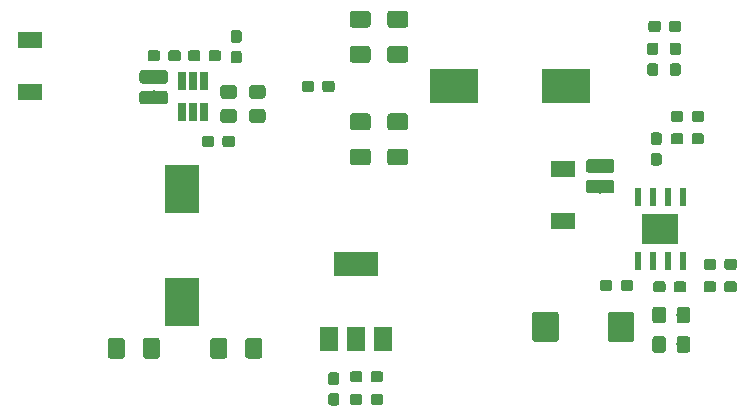
<source format=gbr>
G04 #@! TF.GenerationSoftware,KiCad,Pcbnew,5.1.4-3.fc30*
G04 #@! TF.CreationDate,2019-11-02T10:54:17-07:00*
G04 #@! TF.ProjectId,adampsu,6164616d-7073-4752-9e6b-696361645f70,rev?*
G04 #@! TF.SameCoordinates,Original*
G04 #@! TF.FileFunction,Paste,Top*
G04 #@! TF.FilePolarity,Positive*
%FSLAX46Y46*%
G04 Gerber Fmt 4.6, Leading zero omitted, Abs format (unit mm)*
G04 Created by KiCad (PCBNEW 5.1.4-3.fc30) date 2019-11-02 10:54:17*
%MOMM*%
%LPD*%
G04 APERTURE LIST*
%ADD10C,0.100000*%
%ADD11C,1.150000*%
%ADD12C,2.250000*%
%ADD13C,0.950000*%
%ADD14R,0.600000X1.550000*%
%ADD15R,3.100000X2.600000*%
%ADD16R,0.650000X1.560000*%
%ADD17R,1.500000X2.000000*%
%ADD18R,3.800000X2.000000*%
%ADD19R,3.000000X4.100000*%
%ADD20R,4.100000X3.000000*%
%ADD21R,2.100000X1.400000*%
%ADD22C,1.425000*%
G04 APERTURE END LIST*
D10*
G36*
X160137005Y-136301204D02*
G01*
X160161273Y-136304804D01*
X160185072Y-136310765D01*
X160208171Y-136319030D01*
X160230350Y-136329520D01*
X160251393Y-136342132D01*
X160271099Y-136356747D01*
X160289277Y-136373223D01*
X160305753Y-136391401D01*
X160320368Y-136411107D01*
X160332980Y-136432150D01*
X160343470Y-136454329D01*
X160351735Y-136477428D01*
X160357696Y-136501227D01*
X160361296Y-136525495D01*
X160362500Y-136549999D01*
X160362500Y-137450001D01*
X160361296Y-137474505D01*
X160357696Y-137498773D01*
X160351735Y-137522572D01*
X160343470Y-137545671D01*
X160332980Y-137567850D01*
X160320368Y-137588893D01*
X160305753Y-137608599D01*
X160289277Y-137626777D01*
X160271099Y-137643253D01*
X160251393Y-137657868D01*
X160230350Y-137670480D01*
X160208171Y-137680970D01*
X160185072Y-137689235D01*
X160161273Y-137695196D01*
X160137005Y-137698796D01*
X160112501Y-137700000D01*
X159462499Y-137700000D01*
X159437995Y-137698796D01*
X159413727Y-137695196D01*
X159389928Y-137689235D01*
X159366829Y-137680970D01*
X159344650Y-137670480D01*
X159323607Y-137657868D01*
X159303901Y-137643253D01*
X159285723Y-137626777D01*
X159269247Y-137608599D01*
X159254632Y-137588893D01*
X159242020Y-137567850D01*
X159231530Y-137545671D01*
X159223265Y-137522572D01*
X159217304Y-137498773D01*
X159213704Y-137474505D01*
X159212500Y-137450001D01*
X159212500Y-136549999D01*
X159213704Y-136525495D01*
X159217304Y-136501227D01*
X159223265Y-136477428D01*
X159231530Y-136454329D01*
X159242020Y-136432150D01*
X159254632Y-136411107D01*
X159269247Y-136391401D01*
X159285723Y-136373223D01*
X159303901Y-136356747D01*
X159323607Y-136342132D01*
X159344650Y-136329520D01*
X159366829Y-136319030D01*
X159389928Y-136310765D01*
X159413727Y-136304804D01*
X159437995Y-136301204D01*
X159462499Y-136300000D01*
X160112501Y-136300000D01*
X160137005Y-136301204D01*
X160137005Y-136301204D01*
G37*
D11*
X159787500Y-137000000D03*
D10*
G36*
X158087005Y-136301204D02*
G01*
X158111273Y-136304804D01*
X158135072Y-136310765D01*
X158158171Y-136319030D01*
X158180350Y-136329520D01*
X158201393Y-136342132D01*
X158221099Y-136356747D01*
X158239277Y-136373223D01*
X158255753Y-136391401D01*
X158270368Y-136411107D01*
X158282980Y-136432150D01*
X158293470Y-136454329D01*
X158301735Y-136477428D01*
X158307696Y-136501227D01*
X158311296Y-136525495D01*
X158312500Y-136549999D01*
X158312500Y-137450001D01*
X158311296Y-137474505D01*
X158307696Y-137498773D01*
X158301735Y-137522572D01*
X158293470Y-137545671D01*
X158282980Y-137567850D01*
X158270368Y-137588893D01*
X158255753Y-137608599D01*
X158239277Y-137626777D01*
X158221099Y-137643253D01*
X158201393Y-137657868D01*
X158180350Y-137670480D01*
X158158171Y-137680970D01*
X158135072Y-137689235D01*
X158111273Y-137695196D01*
X158087005Y-137698796D01*
X158062501Y-137700000D01*
X157412499Y-137700000D01*
X157387995Y-137698796D01*
X157363727Y-137695196D01*
X157339928Y-137689235D01*
X157316829Y-137680970D01*
X157294650Y-137670480D01*
X157273607Y-137657868D01*
X157253901Y-137643253D01*
X157235723Y-137626777D01*
X157219247Y-137608599D01*
X157204632Y-137588893D01*
X157192020Y-137567850D01*
X157181530Y-137545671D01*
X157173265Y-137522572D01*
X157167304Y-137498773D01*
X157163704Y-137474505D01*
X157162500Y-137450001D01*
X157162500Y-136549999D01*
X157163704Y-136525495D01*
X157167304Y-136501227D01*
X157173265Y-136477428D01*
X157181530Y-136454329D01*
X157192020Y-136432150D01*
X157204632Y-136411107D01*
X157219247Y-136391401D01*
X157235723Y-136373223D01*
X157253901Y-136356747D01*
X157273607Y-136342132D01*
X157294650Y-136329520D01*
X157316829Y-136319030D01*
X157339928Y-136310765D01*
X157363727Y-136304804D01*
X157387995Y-136301204D01*
X157412499Y-136300000D01*
X158062501Y-136300000D01*
X158087005Y-136301204D01*
X158087005Y-136301204D01*
G37*
D11*
X157737500Y-137000000D03*
D10*
G36*
X160137005Y-138801204D02*
G01*
X160161273Y-138804804D01*
X160185072Y-138810765D01*
X160208171Y-138819030D01*
X160230350Y-138829520D01*
X160251393Y-138842132D01*
X160271099Y-138856747D01*
X160289277Y-138873223D01*
X160305753Y-138891401D01*
X160320368Y-138911107D01*
X160332980Y-138932150D01*
X160343470Y-138954329D01*
X160351735Y-138977428D01*
X160357696Y-139001227D01*
X160361296Y-139025495D01*
X160362500Y-139049999D01*
X160362500Y-139950001D01*
X160361296Y-139974505D01*
X160357696Y-139998773D01*
X160351735Y-140022572D01*
X160343470Y-140045671D01*
X160332980Y-140067850D01*
X160320368Y-140088893D01*
X160305753Y-140108599D01*
X160289277Y-140126777D01*
X160271099Y-140143253D01*
X160251393Y-140157868D01*
X160230350Y-140170480D01*
X160208171Y-140180970D01*
X160185072Y-140189235D01*
X160161273Y-140195196D01*
X160137005Y-140198796D01*
X160112501Y-140200000D01*
X159462499Y-140200000D01*
X159437995Y-140198796D01*
X159413727Y-140195196D01*
X159389928Y-140189235D01*
X159366829Y-140180970D01*
X159344650Y-140170480D01*
X159323607Y-140157868D01*
X159303901Y-140143253D01*
X159285723Y-140126777D01*
X159269247Y-140108599D01*
X159254632Y-140088893D01*
X159242020Y-140067850D01*
X159231530Y-140045671D01*
X159223265Y-140022572D01*
X159217304Y-139998773D01*
X159213704Y-139974505D01*
X159212500Y-139950001D01*
X159212500Y-139049999D01*
X159213704Y-139025495D01*
X159217304Y-139001227D01*
X159223265Y-138977428D01*
X159231530Y-138954329D01*
X159242020Y-138932150D01*
X159254632Y-138911107D01*
X159269247Y-138891401D01*
X159285723Y-138873223D01*
X159303901Y-138856747D01*
X159323607Y-138842132D01*
X159344650Y-138829520D01*
X159366829Y-138819030D01*
X159389928Y-138810765D01*
X159413727Y-138804804D01*
X159437995Y-138801204D01*
X159462499Y-138800000D01*
X160112501Y-138800000D01*
X160137005Y-138801204D01*
X160137005Y-138801204D01*
G37*
D11*
X159787500Y-139500000D03*
D10*
G36*
X158087005Y-138801204D02*
G01*
X158111273Y-138804804D01*
X158135072Y-138810765D01*
X158158171Y-138819030D01*
X158180350Y-138829520D01*
X158201393Y-138842132D01*
X158221099Y-138856747D01*
X158239277Y-138873223D01*
X158255753Y-138891401D01*
X158270368Y-138911107D01*
X158282980Y-138932150D01*
X158293470Y-138954329D01*
X158301735Y-138977428D01*
X158307696Y-139001227D01*
X158311296Y-139025495D01*
X158312500Y-139049999D01*
X158312500Y-139950001D01*
X158311296Y-139974505D01*
X158307696Y-139998773D01*
X158301735Y-140022572D01*
X158293470Y-140045671D01*
X158282980Y-140067850D01*
X158270368Y-140088893D01*
X158255753Y-140108599D01*
X158239277Y-140126777D01*
X158221099Y-140143253D01*
X158201393Y-140157868D01*
X158180350Y-140170480D01*
X158158171Y-140180970D01*
X158135072Y-140189235D01*
X158111273Y-140195196D01*
X158087005Y-140198796D01*
X158062501Y-140200000D01*
X157412499Y-140200000D01*
X157387995Y-140198796D01*
X157363727Y-140195196D01*
X157339928Y-140189235D01*
X157316829Y-140180970D01*
X157294650Y-140170480D01*
X157273607Y-140157868D01*
X157253901Y-140143253D01*
X157235723Y-140126777D01*
X157219247Y-140108599D01*
X157204632Y-140088893D01*
X157192020Y-140067850D01*
X157181530Y-140045671D01*
X157173265Y-140022572D01*
X157167304Y-139998773D01*
X157163704Y-139974505D01*
X157162500Y-139950001D01*
X157162500Y-139049999D01*
X157163704Y-139025495D01*
X157167304Y-139001227D01*
X157173265Y-138977428D01*
X157181530Y-138954329D01*
X157192020Y-138932150D01*
X157204632Y-138911107D01*
X157219247Y-138891401D01*
X157235723Y-138873223D01*
X157253901Y-138856747D01*
X157273607Y-138842132D01*
X157294650Y-138829520D01*
X157316829Y-138819030D01*
X157339928Y-138810765D01*
X157363727Y-138804804D01*
X157387995Y-138801204D01*
X157412499Y-138800000D01*
X158062501Y-138800000D01*
X158087005Y-138801204D01*
X158087005Y-138801204D01*
G37*
D11*
X157737500Y-139500000D03*
D10*
G36*
X148999505Y-136726204D02*
G01*
X149023773Y-136729804D01*
X149047572Y-136735765D01*
X149070671Y-136744030D01*
X149092850Y-136754520D01*
X149113893Y-136767132D01*
X149133599Y-136781747D01*
X149151777Y-136798223D01*
X149168253Y-136816401D01*
X149182868Y-136836107D01*
X149195480Y-136857150D01*
X149205970Y-136879329D01*
X149214235Y-136902428D01*
X149220196Y-136926227D01*
X149223796Y-136950495D01*
X149225000Y-136974999D01*
X149225000Y-139025001D01*
X149223796Y-139049505D01*
X149220196Y-139073773D01*
X149214235Y-139097572D01*
X149205970Y-139120671D01*
X149195480Y-139142850D01*
X149182868Y-139163893D01*
X149168253Y-139183599D01*
X149151777Y-139201777D01*
X149133599Y-139218253D01*
X149113893Y-139232868D01*
X149092850Y-139245480D01*
X149070671Y-139255970D01*
X149047572Y-139264235D01*
X149023773Y-139270196D01*
X148999505Y-139273796D01*
X148975001Y-139275000D01*
X147224999Y-139275000D01*
X147200495Y-139273796D01*
X147176227Y-139270196D01*
X147152428Y-139264235D01*
X147129329Y-139255970D01*
X147107150Y-139245480D01*
X147086107Y-139232868D01*
X147066401Y-139218253D01*
X147048223Y-139201777D01*
X147031747Y-139183599D01*
X147017132Y-139163893D01*
X147004520Y-139142850D01*
X146994030Y-139120671D01*
X146985765Y-139097572D01*
X146979804Y-139073773D01*
X146976204Y-139049505D01*
X146975000Y-139025001D01*
X146975000Y-136974999D01*
X146976204Y-136950495D01*
X146979804Y-136926227D01*
X146985765Y-136902428D01*
X146994030Y-136879329D01*
X147004520Y-136857150D01*
X147017132Y-136836107D01*
X147031747Y-136816401D01*
X147048223Y-136798223D01*
X147066401Y-136781747D01*
X147086107Y-136767132D01*
X147107150Y-136754520D01*
X147129329Y-136744030D01*
X147152428Y-136735765D01*
X147176227Y-136729804D01*
X147200495Y-136726204D01*
X147224999Y-136725000D01*
X148975001Y-136725000D01*
X148999505Y-136726204D01*
X148999505Y-136726204D01*
G37*
D12*
X148100000Y-138000000D03*
D10*
G36*
X155399505Y-136726204D02*
G01*
X155423773Y-136729804D01*
X155447572Y-136735765D01*
X155470671Y-136744030D01*
X155492850Y-136754520D01*
X155513893Y-136767132D01*
X155533599Y-136781747D01*
X155551777Y-136798223D01*
X155568253Y-136816401D01*
X155582868Y-136836107D01*
X155595480Y-136857150D01*
X155605970Y-136879329D01*
X155614235Y-136902428D01*
X155620196Y-136926227D01*
X155623796Y-136950495D01*
X155625000Y-136974999D01*
X155625000Y-139025001D01*
X155623796Y-139049505D01*
X155620196Y-139073773D01*
X155614235Y-139097572D01*
X155605970Y-139120671D01*
X155595480Y-139142850D01*
X155582868Y-139163893D01*
X155568253Y-139183599D01*
X155551777Y-139201777D01*
X155533599Y-139218253D01*
X155513893Y-139232868D01*
X155492850Y-139245480D01*
X155470671Y-139255970D01*
X155447572Y-139264235D01*
X155423773Y-139270196D01*
X155399505Y-139273796D01*
X155375001Y-139275000D01*
X153624999Y-139275000D01*
X153600495Y-139273796D01*
X153576227Y-139270196D01*
X153552428Y-139264235D01*
X153529329Y-139255970D01*
X153507150Y-139245480D01*
X153486107Y-139232868D01*
X153466401Y-139218253D01*
X153448223Y-139201777D01*
X153431747Y-139183599D01*
X153417132Y-139163893D01*
X153404520Y-139142850D01*
X153394030Y-139120671D01*
X153385765Y-139097572D01*
X153379804Y-139073773D01*
X153376204Y-139049505D01*
X153375000Y-139025001D01*
X153375000Y-136974999D01*
X153376204Y-136950495D01*
X153379804Y-136926227D01*
X153385765Y-136902428D01*
X153394030Y-136879329D01*
X153404520Y-136857150D01*
X153417132Y-136836107D01*
X153431747Y-136816401D01*
X153448223Y-136798223D01*
X153466401Y-136781747D01*
X153486107Y-136767132D01*
X153507150Y-136754520D01*
X153529329Y-136744030D01*
X153552428Y-136735765D01*
X153576227Y-136729804D01*
X153600495Y-136726204D01*
X153624999Y-136725000D01*
X155375001Y-136725000D01*
X155399505Y-136726204D01*
X155399505Y-136726204D01*
G37*
D12*
X154500000Y-138000000D03*
D10*
G36*
X134140779Y-141766144D02*
G01*
X134163834Y-141769563D01*
X134186443Y-141775227D01*
X134208387Y-141783079D01*
X134229457Y-141793044D01*
X134249448Y-141805026D01*
X134268168Y-141818910D01*
X134285438Y-141834562D01*
X134301090Y-141851832D01*
X134314974Y-141870552D01*
X134326956Y-141890543D01*
X134336921Y-141911613D01*
X134344773Y-141933557D01*
X134350437Y-141956166D01*
X134353856Y-141979221D01*
X134355000Y-142002500D01*
X134355000Y-142477500D01*
X134353856Y-142500779D01*
X134350437Y-142523834D01*
X134344773Y-142546443D01*
X134336921Y-142568387D01*
X134326956Y-142589457D01*
X134314974Y-142609448D01*
X134301090Y-142628168D01*
X134285438Y-142645438D01*
X134268168Y-142661090D01*
X134249448Y-142674974D01*
X134229457Y-142686956D01*
X134208387Y-142696921D01*
X134186443Y-142704773D01*
X134163834Y-142710437D01*
X134140779Y-142713856D01*
X134117500Y-142715000D01*
X133542500Y-142715000D01*
X133519221Y-142713856D01*
X133496166Y-142710437D01*
X133473557Y-142704773D01*
X133451613Y-142696921D01*
X133430543Y-142686956D01*
X133410552Y-142674974D01*
X133391832Y-142661090D01*
X133374562Y-142645438D01*
X133358910Y-142628168D01*
X133345026Y-142609448D01*
X133333044Y-142589457D01*
X133323079Y-142568387D01*
X133315227Y-142546443D01*
X133309563Y-142523834D01*
X133306144Y-142500779D01*
X133305000Y-142477500D01*
X133305000Y-142002500D01*
X133306144Y-141979221D01*
X133309563Y-141956166D01*
X133315227Y-141933557D01*
X133323079Y-141911613D01*
X133333044Y-141890543D01*
X133345026Y-141870552D01*
X133358910Y-141851832D01*
X133374562Y-141834562D01*
X133391832Y-141818910D01*
X133410552Y-141805026D01*
X133430543Y-141793044D01*
X133451613Y-141783079D01*
X133473557Y-141775227D01*
X133496166Y-141769563D01*
X133519221Y-141766144D01*
X133542500Y-141765000D01*
X134117500Y-141765000D01*
X134140779Y-141766144D01*
X134140779Y-141766144D01*
G37*
D13*
X133830000Y-142240000D03*
D10*
G36*
X132390779Y-141766144D02*
G01*
X132413834Y-141769563D01*
X132436443Y-141775227D01*
X132458387Y-141783079D01*
X132479457Y-141793044D01*
X132499448Y-141805026D01*
X132518168Y-141818910D01*
X132535438Y-141834562D01*
X132551090Y-141851832D01*
X132564974Y-141870552D01*
X132576956Y-141890543D01*
X132586921Y-141911613D01*
X132594773Y-141933557D01*
X132600437Y-141956166D01*
X132603856Y-141979221D01*
X132605000Y-142002500D01*
X132605000Y-142477500D01*
X132603856Y-142500779D01*
X132600437Y-142523834D01*
X132594773Y-142546443D01*
X132586921Y-142568387D01*
X132576956Y-142589457D01*
X132564974Y-142609448D01*
X132551090Y-142628168D01*
X132535438Y-142645438D01*
X132518168Y-142661090D01*
X132499448Y-142674974D01*
X132479457Y-142686956D01*
X132458387Y-142696921D01*
X132436443Y-142704773D01*
X132413834Y-142710437D01*
X132390779Y-142713856D01*
X132367500Y-142715000D01*
X131792500Y-142715000D01*
X131769221Y-142713856D01*
X131746166Y-142710437D01*
X131723557Y-142704773D01*
X131701613Y-142696921D01*
X131680543Y-142686956D01*
X131660552Y-142674974D01*
X131641832Y-142661090D01*
X131624562Y-142645438D01*
X131608910Y-142628168D01*
X131595026Y-142609448D01*
X131583044Y-142589457D01*
X131573079Y-142568387D01*
X131565227Y-142546443D01*
X131559563Y-142523834D01*
X131556144Y-142500779D01*
X131555000Y-142477500D01*
X131555000Y-142002500D01*
X131556144Y-141979221D01*
X131559563Y-141956166D01*
X131565227Y-141933557D01*
X131573079Y-141911613D01*
X131583044Y-141890543D01*
X131595026Y-141870552D01*
X131608910Y-141851832D01*
X131624562Y-141834562D01*
X131641832Y-141818910D01*
X131660552Y-141805026D01*
X131680543Y-141793044D01*
X131701613Y-141783079D01*
X131723557Y-141775227D01*
X131746166Y-141769563D01*
X131769221Y-141766144D01*
X131792500Y-141765000D01*
X132367500Y-141765000D01*
X132390779Y-141766144D01*
X132390779Y-141766144D01*
G37*
D13*
X132080000Y-142240000D03*
D10*
G36*
X153719910Y-125571202D02*
G01*
X153744135Y-125574795D01*
X153767891Y-125580746D01*
X153790949Y-125588996D01*
X153813087Y-125599467D01*
X153834093Y-125612057D01*
X153853763Y-125626645D01*
X153871908Y-125643092D01*
X153888355Y-125661237D01*
X153902943Y-125680907D01*
X153915533Y-125701913D01*
X153926004Y-125724051D01*
X153934254Y-125747109D01*
X153940205Y-125770865D01*
X153943798Y-125795090D01*
X153945000Y-125819550D01*
X153945000Y-126470450D01*
X153943798Y-126494910D01*
X153940205Y-126519135D01*
X153934254Y-126542891D01*
X153926004Y-126565949D01*
X153915533Y-126588087D01*
X153902943Y-126609093D01*
X153888355Y-126628763D01*
X153871908Y-126646908D01*
X153853763Y-126663355D01*
X153834093Y-126677943D01*
X153813087Y-126690533D01*
X153790949Y-126701004D01*
X153767891Y-126709254D01*
X153744135Y-126715205D01*
X153719910Y-126718798D01*
X153695450Y-126720000D01*
X151794550Y-126720000D01*
X151770090Y-126718798D01*
X151745865Y-126715205D01*
X151722109Y-126709254D01*
X151699051Y-126701004D01*
X151676913Y-126690533D01*
X151655907Y-126677943D01*
X151636237Y-126663355D01*
X151618092Y-126646908D01*
X151601645Y-126628763D01*
X151587057Y-126609093D01*
X151574467Y-126588087D01*
X151563996Y-126565949D01*
X151555746Y-126542891D01*
X151549795Y-126519135D01*
X151546202Y-126494910D01*
X151545000Y-126470450D01*
X151545000Y-125819550D01*
X151546202Y-125795090D01*
X151549795Y-125770865D01*
X151555746Y-125747109D01*
X151563996Y-125724051D01*
X151574467Y-125701913D01*
X151587057Y-125680907D01*
X151601645Y-125661237D01*
X151618092Y-125643092D01*
X151636237Y-125626645D01*
X151655907Y-125612057D01*
X151676913Y-125599467D01*
X151699051Y-125588996D01*
X151722109Y-125580746D01*
X151745865Y-125574795D01*
X151770090Y-125571202D01*
X151794550Y-125570000D01*
X153695450Y-125570000D01*
X153719910Y-125571202D01*
X153719910Y-125571202D01*
G37*
D11*
X152745000Y-126145000D03*
D10*
G36*
X153719910Y-123821202D02*
G01*
X153744135Y-123824795D01*
X153767891Y-123830746D01*
X153790949Y-123838996D01*
X153813087Y-123849467D01*
X153834093Y-123862057D01*
X153853763Y-123876645D01*
X153871908Y-123893092D01*
X153888355Y-123911237D01*
X153902943Y-123930907D01*
X153915533Y-123951913D01*
X153926004Y-123974051D01*
X153934254Y-123997109D01*
X153940205Y-124020865D01*
X153943798Y-124045090D01*
X153945000Y-124069550D01*
X153945000Y-124720450D01*
X153943798Y-124744910D01*
X153940205Y-124769135D01*
X153934254Y-124792891D01*
X153926004Y-124815949D01*
X153915533Y-124838087D01*
X153902943Y-124859093D01*
X153888355Y-124878763D01*
X153871908Y-124896908D01*
X153853763Y-124913355D01*
X153834093Y-124927943D01*
X153813087Y-124940533D01*
X153790949Y-124951004D01*
X153767891Y-124959254D01*
X153744135Y-124965205D01*
X153719910Y-124968798D01*
X153695450Y-124970000D01*
X151794550Y-124970000D01*
X151770090Y-124968798D01*
X151745865Y-124965205D01*
X151722109Y-124959254D01*
X151699051Y-124951004D01*
X151676913Y-124940533D01*
X151655907Y-124927943D01*
X151636237Y-124913355D01*
X151618092Y-124896908D01*
X151601645Y-124878763D01*
X151587057Y-124859093D01*
X151574467Y-124838087D01*
X151563996Y-124815949D01*
X151555746Y-124792891D01*
X151549795Y-124769135D01*
X151546202Y-124744910D01*
X151545000Y-124720450D01*
X151545000Y-124069550D01*
X151546202Y-124045090D01*
X151549795Y-124020865D01*
X151555746Y-123997109D01*
X151563996Y-123974051D01*
X151574467Y-123951913D01*
X151587057Y-123930907D01*
X151601645Y-123911237D01*
X151618092Y-123893092D01*
X151636237Y-123876645D01*
X151655907Y-123862057D01*
X151676913Y-123849467D01*
X151699051Y-123838996D01*
X151722109Y-123830746D01*
X151745865Y-123824795D01*
X151770090Y-123821202D01*
X151794550Y-123820000D01*
X153695450Y-123820000D01*
X153719910Y-123821202D01*
X153719910Y-123821202D01*
G37*
D11*
X152745000Y-124395000D03*
D10*
G36*
X115909910Y-118016202D02*
G01*
X115934135Y-118019795D01*
X115957891Y-118025746D01*
X115980949Y-118033996D01*
X116003087Y-118044467D01*
X116024093Y-118057057D01*
X116043763Y-118071645D01*
X116061908Y-118088092D01*
X116078355Y-118106237D01*
X116092943Y-118125907D01*
X116105533Y-118146913D01*
X116116004Y-118169051D01*
X116124254Y-118192109D01*
X116130205Y-118215865D01*
X116133798Y-118240090D01*
X116135000Y-118264550D01*
X116135000Y-118915450D01*
X116133798Y-118939910D01*
X116130205Y-118964135D01*
X116124254Y-118987891D01*
X116116004Y-119010949D01*
X116105533Y-119033087D01*
X116092943Y-119054093D01*
X116078355Y-119073763D01*
X116061908Y-119091908D01*
X116043763Y-119108355D01*
X116024093Y-119122943D01*
X116003087Y-119135533D01*
X115980949Y-119146004D01*
X115957891Y-119154254D01*
X115934135Y-119160205D01*
X115909910Y-119163798D01*
X115885450Y-119165000D01*
X113984550Y-119165000D01*
X113960090Y-119163798D01*
X113935865Y-119160205D01*
X113912109Y-119154254D01*
X113889051Y-119146004D01*
X113866913Y-119135533D01*
X113845907Y-119122943D01*
X113826237Y-119108355D01*
X113808092Y-119091908D01*
X113791645Y-119073763D01*
X113777057Y-119054093D01*
X113764467Y-119033087D01*
X113753996Y-119010949D01*
X113745746Y-118987891D01*
X113739795Y-118964135D01*
X113736202Y-118939910D01*
X113735000Y-118915450D01*
X113735000Y-118264550D01*
X113736202Y-118240090D01*
X113739795Y-118215865D01*
X113745746Y-118192109D01*
X113753996Y-118169051D01*
X113764467Y-118146913D01*
X113777057Y-118125907D01*
X113791645Y-118106237D01*
X113808092Y-118088092D01*
X113826237Y-118071645D01*
X113845907Y-118057057D01*
X113866913Y-118044467D01*
X113889051Y-118033996D01*
X113912109Y-118025746D01*
X113935865Y-118019795D01*
X113960090Y-118016202D01*
X113984550Y-118015000D01*
X115885450Y-118015000D01*
X115909910Y-118016202D01*
X115909910Y-118016202D01*
G37*
D11*
X114935000Y-118590000D03*
D10*
G36*
X115909910Y-116266202D02*
G01*
X115934135Y-116269795D01*
X115957891Y-116275746D01*
X115980949Y-116283996D01*
X116003087Y-116294467D01*
X116024093Y-116307057D01*
X116043763Y-116321645D01*
X116061908Y-116338092D01*
X116078355Y-116356237D01*
X116092943Y-116375907D01*
X116105533Y-116396913D01*
X116116004Y-116419051D01*
X116124254Y-116442109D01*
X116130205Y-116465865D01*
X116133798Y-116490090D01*
X116135000Y-116514550D01*
X116135000Y-117165450D01*
X116133798Y-117189910D01*
X116130205Y-117214135D01*
X116124254Y-117237891D01*
X116116004Y-117260949D01*
X116105533Y-117283087D01*
X116092943Y-117304093D01*
X116078355Y-117323763D01*
X116061908Y-117341908D01*
X116043763Y-117358355D01*
X116024093Y-117372943D01*
X116003087Y-117385533D01*
X115980949Y-117396004D01*
X115957891Y-117404254D01*
X115934135Y-117410205D01*
X115909910Y-117413798D01*
X115885450Y-117415000D01*
X113984550Y-117415000D01*
X113960090Y-117413798D01*
X113935865Y-117410205D01*
X113912109Y-117404254D01*
X113889051Y-117396004D01*
X113866913Y-117385533D01*
X113845907Y-117372943D01*
X113826237Y-117358355D01*
X113808092Y-117341908D01*
X113791645Y-117323763D01*
X113777057Y-117304093D01*
X113764467Y-117283087D01*
X113753996Y-117260949D01*
X113745746Y-117237891D01*
X113739795Y-117214135D01*
X113736202Y-117189910D01*
X113735000Y-117165450D01*
X113735000Y-116514550D01*
X113736202Y-116490090D01*
X113739795Y-116465865D01*
X113745746Y-116442109D01*
X113753996Y-116419051D01*
X113764467Y-116396913D01*
X113777057Y-116375907D01*
X113791645Y-116356237D01*
X113808092Y-116338092D01*
X113826237Y-116321645D01*
X113845907Y-116307057D01*
X113866913Y-116294467D01*
X113889051Y-116283996D01*
X113912109Y-116275746D01*
X113935865Y-116269795D01*
X113960090Y-116266202D01*
X113984550Y-116265000D01*
X115885450Y-116265000D01*
X115909910Y-116266202D01*
X115909910Y-116266202D01*
G37*
D11*
X114935000Y-116840000D03*
D10*
G36*
X121597779Y-121840144D02*
G01*
X121620834Y-121843563D01*
X121643443Y-121849227D01*
X121665387Y-121857079D01*
X121686457Y-121867044D01*
X121706448Y-121879026D01*
X121725168Y-121892910D01*
X121742438Y-121908562D01*
X121758090Y-121925832D01*
X121771974Y-121944552D01*
X121783956Y-121964543D01*
X121793921Y-121985613D01*
X121801773Y-122007557D01*
X121807437Y-122030166D01*
X121810856Y-122053221D01*
X121812000Y-122076500D01*
X121812000Y-122551500D01*
X121810856Y-122574779D01*
X121807437Y-122597834D01*
X121801773Y-122620443D01*
X121793921Y-122642387D01*
X121783956Y-122663457D01*
X121771974Y-122683448D01*
X121758090Y-122702168D01*
X121742438Y-122719438D01*
X121725168Y-122735090D01*
X121706448Y-122748974D01*
X121686457Y-122760956D01*
X121665387Y-122770921D01*
X121643443Y-122778773D01*
X121620834Y-122784437D01*
X121597779Y-122787856D01*
X121574500Y-122789000D01*
X120999500Y-122789000D01*
X120976221Y-122787856D01*
X120953166Y-122784437D01*
X120930557Y-122778773D01*
X120908613Y-122770921D01*
X120887543Y-122760956D01*
X120867552Y-122748974D01*
X120848832Y-122735090D01*
X120831562Y-122719438D01*
X120815910Y-122702168D01*
X120802026Y-122683448D01*
X120790044Y-122663457D01*
X120780079Y-122642387D01*
X120772227Y-122620443D01*
X120766563Y-122597834D01*
X120763144Y-122574779D01*
X120762000Y-122551500D01*
X120762000Y-122076500D01*
X120763144Y-122053221D01*
X120766563Y-122030166D01*
X120772227Y-122007557D01*
X120780079Y-121985613D01*
X120790044Y-121964543D01*
X120802026Y-121944552D01*
X120815910Y-121925832D01*
X120831562Y-121908562D01*
X120848832Y-121892910D01*
X120867552Y-121879026D01*
X120887543Y-121867044D01*
X120908613Y-121857079D01*
X120930557Y-121849227D01*
X120953166Y-121843563D01*
X120976221Y-121840144D01*
X120999500Y-121839000D01*
X121574500Y-121839000D01*
X121597779Y-121840144D01*
X121597779Y-121840144D01*
G37*
D13*
X121287000Y-122314000D03*
D10*
G36*
X119847779Y-121840144D02*
G01*
X119870834Y-121843563D01*
X119893443Y-121849227D01*
X119915387Y-121857079D01*
X119936457Y-121867044D01*
X119956448Y-121879026D01*
X119975168Y-121892910D01*
X119992438Y-121908562D01*
X120008090Y-121925832D01*
X120021974Y-121944552D01*
X120033956Y-121964543D01*
X120043921Y-121985613D01*
X120051773Y-122007557D01*
X120057437Y-122030166D01*
X120060856Y-122053221D01*
X120062000Y-122076500D01*
X120062000Y-122551500D01*
X120060856Y-122574779D01*
X120057437Y-122597834D01*
X120051773Y-122620443D01*
X120043921Y-122642387D01*
X120033956Y-122663457D01*
X120021974Y-122683448D01*
X120008090Y-122702168D01*
X119992438Y-122719438D01*
X119975168Y-122735090D01*
X119956448Y-122748974D01*
X119936457Y-122760956D01*
X119915387Y-122770921D01*
X119893443Y-122778773D01*
X119870834Y-122784437D01*
X119847779Y-122787856D01*
X119824500Y-122789000D01*
X119249500Y-122789000D01*
X119226221Y-122787856D01*
X119203166Y-122784437D01*
X119180557Y-122778773D01*
X119158613Y-122770921D01*
X119137543Y-122760956D01*
X119117552Y-122748974D01*
X119098832Y-122735090D01*
X119081562Y-122719438D01*
X119065910Y-122702168D01*
X119052026Y-122683448D01*
X119040044Y-122663457D01*
X119030079Y-122642387D01*
X119022227Y-122620443D01*
X119016563Y-122597834D01*
X119013144Y-122574779D01*
X119012000Y-122551500D01*
X119012000Y-122076500D01*
X119013144Y-122053221D01*
X119016563Y-122030166D01*
X119022227Y-122007557D01*
X119030079Y-121985613D01*
X119040044Y-121964543D01*
X119052026Y-121944552D01*
X119065910Y-121925832D01*
X119081562Y-121908562D01*
X119098832Y-121892910D01*
X119117552Y-121879026D01*
X119137543Y-121867044D01*
X119158613Y-121857079D01*
X119180557Y-121849227D01*
X119203166Y-121843563D01*
X119226221Y-121840144D01*
X119249500Y-121839000D01*
X119824500Y-121839000D01*
X119847779Y-121840144D01*
X119847779Y-121840144D01*
G37*
D13*
X119537000Y-122314000D03*
D14*
X155920000Y-127015000D03*
X157190000Y-127015000D03*
X158460000Y-127015000D03*
X159730000Y-127015000D03*
X159730000Y-132415000D03*
X158460000Y-132415000D03*
X157190000Y-132415000D03*
X155920000Y-132415000D03*
D15*
X157825000Y-129715000D03*
D16*
X118253000Y-117154000D03*
X117303000Y-117154000D03*
X119203000Y-117154000D03*
X119203000Y-119854000D03*
X118253000Y-119854000D03*
X117303000Y-119854000D03*
D10*
G36*
X122180779Y-112901144D02*
G01*
X122203834Y-112904563D01*
X122226443Y-112910227D01*
X122248387Y-112918079D01*
X122269457Y-112928044D01*
X122289448Y-112940026D01*
X122308168Y-112953910D01*
X122325438Y-112969562D01*
X122341090Y-112986832D01*
X122354974Y-113005552D01*
X122366956Y-113025543D01*
X122376921Y-113046613D01*
X122384773Y-113068557D01*
X122390437Y-113091166D01*
X122393856Y-113114221D01*
X122395000Y-113137500D01*
X122395000Y-113712500D01*
X122393856Y-113735779D01*
X122390437Y-113758834D01*
X122384773Y-113781443D01*
X122376921Y-113803387D01*
X122366956Y-113824457D01*
X122354974Y-113844448D01*
X122341090Y-113863168D01*
X122325438Y-113880438D01*
X122308168Y-113896090D01*
X122289448Y-113909974D01*
X122269457Y-113921956D01*
X122248387Y-113931921D01*
X122226443Y-113939773D01*
X122203834Y-113945437D01*
X122180779Y-113948856D01*
X122157500Y-113950000D01*
X121682500Y-113950000D01*
X121659221Y-113948856D01*
X121636166Y-113945437D01*
X121613557Y-113939773D01*
X121591613Y-113931921D01*
X121570543Y-113921956D01*
X121550552Y-113909974D01*
X121531832Y-113896090D01*
X121514562Y-113880438D01*
X121498910Y-113863168D01*
X121485026Y-113844448D01*
X121473044Y-113824457D01*
X121463079Y-113803387D01*
X121455227Y-113781443D01*
X121449563Y-113758834D01*
X121446144Y-113735779D01*
X121445000Y-113712500D01*
X121445000Y-113137500D01*
X121446144Y-113114221D01*
X121449563Y-113091166D01*
X121455227Y-113068557D01*
X121463079Y-113046613D01*
X121473044Y-113025543D01*
X121485026Y-113005552D01*
X121498910Y-112986832D01*
X121514562Y-112969562D01*
X121531832Y-112953910D01*
X121550552Y-112940026D01*
X121570543Y-112928044D01*
X121591613Y-112918079D01*
X121613557Y-112910227D01*
X121636166Y-112904563D01*
X121659221Y-112901144D01*
X121682500Y-112900000D01*
X122157500Y-112900000D01*
X122180779Y-112901144D01*
X122180779Y-112901144D01*
G37*
D13*
X121920000Y-113425000D03*
D10*
G36*
X122180779Y-114651144D02*
G01*
X122203834Y-114654563D01*
X122226443Y-114660227D01*
X122248387Y-114668079D01*
X122269457Y-114678044D01*
X122289448Y-114690026D01*
X122308168Y-114703910D01*
X122325438Y-114719562D01*
X122341090Y-114736832D01*
X122354974Y-114755552D01*
X122366956Y-114775543D01*
X122376921Y-114796613D01*
X122384773Y-114818557D01*
X122390437Y-114841166D01*
X122393856Y-114864221D01*
X122395000Y-114887500D01*
X122395000Y-115462500D01*
X122393856Y-115485779D01*
X122390437Y-115508834D01*
X122384773Y-115531443D01*
X122376921Y-115553387D01*
X122366956Y-115574457D01*
X122354974Y-115594448D01*
X122341090Y-115613168D01*
X122325438Y-115630438D01*
X122308168Y-115646090D01*
X122289448Y-115659974D01*
X122269457Y-115671956D01*
X122248387Y-115681921D01*
X122226443Y-115689773D01*
X122203834Y-115695437D01*
X122180779Y-115698856D01*
X122157500Y-115700000D01*
X121682500Y-115700000D01*
X121659221Y-115698856D01*
X121636166Y-115695437D01*
X121613557Y-115689773D01*
X121591613Y-115681921D01*
X121570543Y-115671956D01*
X121550552Y-115659974D01*
X121531832Y-115646090D01*
X121514562Y-115630438D01*
X121498910Y-115613168D01*
X121485026Y-115594448D01*
X121473044Y-115574457D01*
X121463079Y-115553387D01*
X121455227Y-115531443D01*
X121449563Y-115508834D01*
X121446144Y-115485779D01*
X121445000Y-115462500D01*
X121445000Y-114887500D01*
X121446144Y-114864221D01*
X121449563Y-114841166D01*
X121455227Y-114818557D01*
X121463079Y-114796613D01*
X121473044Y-114775543D01*
X121485026Y-114755552D01*
X121498910Y-114736832D01*
X121514562Y-114719562D01*
X121531832Y-114703910D01*
X121550552Y-114690026D01*
X121570543Y-114678044D01*
X121591613Y-114668079D01*
X121613557Y-114660227D01*
X121636166Y-114654563D01*
X121659221Y-114651144D01*
X121682500Y-114650000D01*
X122157500Y-114650000D01*
X122180779Y-114651144D01*
X122180779Y-114651144D01*
G37*
D13*
X121920000Y-115175000D03*
D10*
G36*
X157450779Y-113951144D02*
G01*
X157473834Y-113954563D01*
X157496443Y-113960227D01*
X157518387Y-113968079D01*
X157539457Y-113978044D01*
X157559448Y-113990026D01*
X157578168Y-114003910D01*
X157595438Y-114019562D01*
X157611090Y-114036832D01*
X157624974Y-114055552D01*
X157636956Y-114075543D01*
X157646921Y-114096613D01*
X157654773Y-114118557D01*
X157660437Y-114141166D01*
X157663856Y-114164221D01*
X157665000Y-114187500D01*
X157665000Y-114762500D01*
X157663856Y-114785779D01*
X157660437Y-114808834D01*
X157654773Y-114831443D01*
X157646921Y-114853387D01*
X157636956Y-114874457D01*
X157624974Y-114894448D01*
X157611090Y-114913168D01*
X157595438Y-114930438D01*
X157578168Y-114946090D01*
X157559448Y-114959974D01*
X157539457Y-114971956D01*
X157518387Y-114981921D01*
X157496443Y-114989773D01*
X157473834Y-114995437D01*
X157450779Y-114998856D01*
X157427500Y-115000000D01*
X156952500Y-115000000D01*
X156929221Y-114998856D01*
X156906166Y-114995437D01*
X156883557Y-114989773D01*
X156861613Y-114981921D01*
X156840543Y-114971956D01*
X156820552Y-114959974D01*
X156801832Y-114946090D01*
X156784562Y-114930438D01*
X156768910Y-114913168D01*
X156755026Y-114894448D01*
X156743044Y-114874457D01*
X156733079Y-114853387D01*
X156725227Y-114831443D01*
X156719563Y-114808834D01*
X156716144Y-114785779D01*
X156715000Y-114762500D01*
X156715000Y-114187500D01*
X156716144Y-114164221D01*
X156719563Y-114141166D01*
X156725227Y-114118557D01*
X156733079Y-114096613D01*
X156743044Y-114075543D01*
X156755026Y-114055552D01*
X156768910Y-114036832D01*
X156784562Y-114019562D01*
X156801832Y-114003910D01*
X156820552Y-113990026D01*
X156840543Y-113978044D01*
X156861613Y-113968079D01*
X156883557Y-113960227D01*
X156906166Y-113954563D01*
X156929221Y-113951144D01*
X156952500Y-113950000D01*
X157427500Y-113950000D01*
X157450779Y-113951144D01*
X157450779Y-113951144D01*
G37*
D13*
X157190000Y-114475000D03*
D10*
G36*
X157450779Y-115701144D02*
G01*
X157473834Y-115704563D01*
X157496443Y-115710227D01*
X157518387Y-115718079D01*
X157539457Y-115728044D01*
X157559448Y-115740026D01*
X157578168Y-115753910D01*
X157595438Y-115769562D01*
X157611090Y-115786832D01*
X157624974Y-115805552D01*
X157636956Y-115825543D01*
X157646921Y-115846613D01*
X157654773Y-115868557D01*
X157660437Y-115891166D01*
X157663856Y-115914221D01*
X157665000Y-115937500D01*
X157665000Y-116512500D01*
X157663856Y-116535779D01*
X157660437Y-116558834D01*
X157654773Y-116581443D01*
X157646921Y-116603387D01*
X157636956Y-116624457D01*
X157624974Y-116644448D01*
X157611090Y-116663168D01*
X157595438Y-116680438D01*
X157578168Y-116696090D01*
X157559448Y-116709974D01*
X157539457Y-116721956D01*
X157518387Y-116731921D01*
X157496443Y-116739773D01*
X157473834Y-116745437D01*
X157450779Y-116748856D01*
X157427500Y-116750000D01*
X156952500Y-116750000D01*
X156929221Y-116748856D01*
X156906166Y-116745437D01*
X156883557Y-116739773D01*
X156861613Y-116731921D01*
X156840543Y-116721956D01*
X156820552Y-116709974D01*
X156801832Y-116696090D01*
X156784562Y-116680438D01*
X156768910Y-116663168D01*
X156755026Y-116644448D01*
X156743044Y-116624457D01*
X156733079Y-116603387D01*
X156725227Y-116581443D01*
X156719563Y-116558834D01*
X156716144Y-116535779D01*
X156715000Y-116512500D01*
X156715000Y-115937500D01*
X156716144Y-115914221D01*
X156719563Y-115891166D01*
X156725227Y-115868557D01*
X156733079Y-115846613D01*
X156743044Y-115825543D01*
X156755026Y-115805552D01*
X156768910Y-115786832D01*
X156784562Y-115769562D01*
X156801832Y-115753910D01*
X156820552Y-115740026D01*
X156840543Y-115728044D01*
X156861613Y-115718079D01*
X156883557Y-115710227D01*
X156906166Y-115704563D01*
X156929221Y-115701144D01*
X156952500Y-115700000D01*
X157427500Y-115700000D01*
X157450779Y-115701144D01*
X157450779Y-115701144D01*
G37*
D13*
X157190000Y-116225000D03*
D10*
G36*
X159355779Y-115701144D02*
G01*
X159378834Y-115704563D01*
X159401443Y-115710227D01*
X159423387Y-115718079D01*
X159444457Y-115728044D01*
X159464448Y-115740026D01*
X159483168Y-115753910D01*
X159500438Y-115769562D01*
X159516090Y-115786832D01*
X159529974Y-115805552D01*
X159541956Y-115825543D01*
X159551921Y-115846613D01*
X159559773Y-115868557D01*
X159565437Y-115891166D01*
X159568856Y-115914221D01*
X159570000Y-115937500D01*
X159570000Y-116512500D01*
X159568856Y-116535779D01*
X159565437Y-116558834D01*
X159559773Y-116581443D01*
X159551921Y-116603387D01*
X159541956Y-116624457D01*
X159529974Y-116644448D01*
X159516090Y-116663168D01*
X159500438Y-116680438D01*
X159483168Y-116696090D01*
X159464448Y-116709974D01*
X159444457Y-116721956D01*
X159423387Y-116731921D01*
X159401443Y-116739773D01*
X159378834Y-116745437D01*
X159355779Y-116748856D01*
X159332500Y-116750000D01*
X158857500Y-116750000D01*
X158834221Y-116748856D01*
X158811166Y-116745437D01*
X158788557Y-116739773D01*
X158766613Y-116731921D01*
X158745543Y-116721956D01*
X158725552Y-116709974D01*
X158706832Y-116696090D01*
X158689562Y-116680438D01*
X158673910Y-116663168D01*
X158660026Y-116644448D01*
X158648044Y-116624457D01*
X158638079Y-116603387D01*
X158630227Y-116581443D01*
X158624563Y-116558834D01*
X158621144Y-116535779D01*
X158620000Y-116512500D01*
X158620000Y-115937500D01*
X158621144Y-115914221D01*
X158624563Y-115891166D01*
X158630227Y-115868557D01*
X158638079Y-115846613D01*
X158648044Y-115825543D01*
X158660026Y-115805552D01*
X158673910Y-115786832D01*
X158689562Y-115769562D01*
X158706832Y-115753910D01*
X158725552Y-115740026D01*
X158745543Y-115728044D01*
X158766613Y-115718079D01*
X158788557Y-115710227D01*
X158811166Y-115704563D01*
X158834221Y-115701144D01*
X158857500Y-115700000D01*
X159332500Y-115700000D01*
X159355779Y-115701144D01*
X159355779Y-115701144D01*
G37*
D13*
X159095000Y-116225000D03*
D10*
G36*
X159355779Y-113951144D02*
G01*
X159378834Y-113954563D01*
X159401443Y-113960227D01*
X159423387Y-113968079D01*
X159444457Y-113978044D01*
X159464448Y-113990026D01*
X159483168Y-114003910D01*
X159500438Y-114019562D01*
X159516090Y-114036832D01*
X159529974Y-114055552D01*
X159541956Y-114075543D01*
X159551921Y-114096613D01*
X159559773Y-114118557D01*
X159565437Y-114141166D01*
X159568856Y-114164221D01*
X159570000Y-114187500D01*
X159570000Y-114762500D01*
X159568856Y-114785779D01*
X159565437Y-114808834D01*
X159559773Y-114831443D01*
X159551921Y-114853387D01*
X159541956Y-114874457D01*
X159529974Y-114894448D01*
X159516090Y-114913168D01*
X159500438Y-114930438D01*
X159483168Y-114946090D01*
X159464448Y-114959974D01*
X159444457Y-114971956D01*
X159423387Y-114981921D01*
X159401443Y-114989773D01*
X159378834Y-114995437D01*
X159355779Y-114998856D01*
X159332500Y-115000000D01*
X158857500Y-115000000D01*
X158834221Y-114998856D01*
X158811166Y-114995437D01*
X158788557Y-114989773D01*
X158766613Y-114981921D01*
X158745543Y-114971956D01*
X158725552Y-114959974D01*
X158706832Y-114946090D01*
X158689562Y-114930438D01*
X158673910Y-114913168D01*
X158660026Y-114894448D01*
X158648044Y-114874457D01*
X158638079Y-114853387D01*
X158630227Y-114831443D01*
X158624563Y-114808834D01*
X158621144Y-114785779D01*
X158620000Y-114762500D01*
X158620000Y-114187500D01*
X158621144Y-114164221D01*
X158624563Y-114141166D01*
X158630227Y-114118557D01*
X158638079Y-114096613D01*
X158648044Y-114075543D01*
X158660026Y-114055552D01*
X158673910Y-114036832D01*
X158689562Y-114019562D01*
X158706832Y-114003910D01*
X158725552Y-113990026D01*
X158745543Y-113978044D01*
X158766613Y-113968079D01*
X158788557Y-113960227D01*
X158811166Y-113954563D01*
X158834221Y-113951144D01*
X158857500Y-113950000D01*
X159332500Y-113950000D01*
X159355779Y-113951144D01*
X159355779Y-113951144D01*
G37*
D13*
X159095000Y-114475000D03*
D10*
G36*
X159405779Y-112096144D02*
G01*
X159428834Y-112099563D01*
X159451443Y-112105227D01*
X159473387Y-112113079D01*
X159494457Y-112123044D01*
X159514448Y-112135026D01*
X159533168Y-112148910D01*
X159550438Y-112164562D01*
X159566090Y-112181832D01*
X159579974Y-112200552D01*
X159591956Y-112220543D01*
X159601921Y-112241613D01*
X159609773Y-112263557D01*
X159615437Y-112286166D01*
X159618856Y-112309221D01*
X159620000Y-112332500D01*
X159620000Y-112807500D01*
X159618856Y-112830779D01*
X159615437Y-112853834D01*
X159609773Y-112876443D01*
X159601921Y-112898387D01*
X159591956Y-112919457D01*
X159579974Y-112939448D01*
X159566090Y-112958168D01*
X159550438Y-112975438D01*
X159533168Y-112991090D01*
X159514448Y-113004974D01*
X159494457Y-113016956D01*
X159473387Y-113026921D01*
X159451443Y-113034773D01*
X159428834Y-113040437D01*
X159405779Y-113043856D01*
X159382500Y-113045000D01*
X158807500Y-113045000D01*
X158784221Y-113043856D01*
X158761166Y-113040437D01*
X158738557Y-113034773D01*
X158716613Y-113026921D01*
X158695543Y-113016956D01*
X158675552Y-113004974D01*
X158656832Y-112991090D01*
X158639562Y-112975438D01*
X158623910Y-112958168D01*
X158610026Y-112939448D01*
X158598044Y-112919457D01*
X158588079Y-112898387D01*
X158580227Y-112876443D01*
X158574563Y-112853834D01*
X158571144Y-112830779D01*
X158570000Y-112807500D01*
X158570000Y-112332500D01*
X158571144Y-112309221D01*
X158574563Y-112286166D01*
X158580227Y-112263557D01*
X158588079Y-112241613D01*
X158598044Y-112220543D01*
X158610026Y-112200552D01*
X158623910Y-112181832D01*
X158639562Y-112164562D01*
X158656832Y-112148910D01*
X158675552Y-112135026D01*
X158695543Y-112123044D01*
X158716613Y-112113079D01*
X158738557Y-112105227D01*
X158761166Y-112099563D01*
X158784221Y-112096144D01*
X158807500Y-112095000D01*
X159382500Y-112095000D01*
X159405779Y-112096144D01*
X159405779Y-112096144D01*
G37*
D13*
X159095000Y-112570000D03*
D10*
G36*
X157655779Y-112096144D02*
G01*
X157678834Y-112099563D01*
X157701443Y-112105227D01*
X157723387Y-112113079D01*
X157744457Y-112123044D01*
X157764448Y-112135026D01*
X157783168Y-112148910D01*
X157800438Y-112164562D01*
X157816090Y-112181832D01*
X157829974Y-112200552D01*
X157841956Y-112220543D01*
X157851921Y-112241613D01*
X157859773Y-112263557D01*
X157865437Y-112286166D01*
X157868856Y-112309221D01*
X157870000Y-112332500D01*
X157870000Y-112807500D01*
X157868856Y-112830779D01*
X157865437Y-112853834D01*
X157859773Y-112876443D01*
X157851921Y-112898387D01*
X157841956Y-112919457D01*
X157829974Y-112939448D01*
X157816090Y-112958168D01*
X157800438Y-112975438D01*
X157783168Y-112991090D01*
X157764448Y-113004974D01*
X157744457Y-113016956D01*
X157723387Y-113026921D01*
X157701443Y-113034773D01*
X157678834Y-113040437D01*
X157655779Y-113043856D01*
X157632500Y-113045000D01*
X157057500Y-113045000D01*
X157034221Y-113043856D01*
X157011166Y-113040437D01*
X156988557Y-113034773D01*
X156966613Y-113026921D01*
X156945543Y-113016956D01*
X156925552Y-113004974D01*
X156906832Y-112991090D01*
X156889562Y-112975438D01*
X156873910Y-112958168D01*
X156860026Y-112939448D01*
X156848044Y-112919457D01*
X156838079Y-112898387D01*
X156830227Y-112876443D01*
X156824563Y-112853834D01*
X156821144Y-112830779D01*
X156820000Y-112807500D01*
X156820000Y-112332500D01*
X156821144Y-112309221D01*
X156824563Y-112286166D01*
X156830227Y-112263557D01*
X156838079Y-112241613D01*
X156848044Y-112220543D01*
X156860026Y-112200552D01*
X156873910Y-112181832D01*
X156889562Y-112164562D01*
X156906832Y-112148910D01*
X156925552Y-112135026D01*
X156945543Y-112123044D01*
X156966613Y-112113079D01*
X156988557Y-112105227D01*
X157011166Y-112099563D01*
X157034221Y-112096144D01*
X157057500Y-112095000D01*
X157632500Y-112095000D01*
X157655779Y-112096144D01*
X157655779Y-112096144D01*
G37*
D13*
X157345000Y-112570000D03*
D10*
G36*
X157740779Y-123301144D02*
G01*
X157763834Y-123304563D01*
X157786443Y-123310227D01*
X157808387Y-123318079D01*
X157829457Y-123328044D01*
X157849448Y-123340026D01*
X157868168Y-123353910D01*
X157885438Y-123369562D01*
X157901090Y-123386832D01*
X157914974Y-123405552D01*
X157926956Y-123425543D01*
X157936921Y-123446613D01*
X157944773Y-123468557D01*
X157950437Y-123491166D01*
X157953856Y-123514221D01*
X157955000Y-123537500D01*
X157955000Y-124112500D01*
X157953856Y-124135779D01*
X157950437Y-124158834D01*
X157944773Y-124181443D01*
X157936921Y-124203387D01*
X157926956Y-124224457D01*
X157914974Y-124244448D01*
X157901090Y-124263168D01*
X157885438Y-124280438D01*
X157868168Y-124296090D01*
X157849448Y-124309974D01*
X157829457Y-124321956D01*
X157808387Y-124331921D01*
X157786443Y-124339773D01*
X157763834Y-124345437D01*
X157740779Y-124348856D01*
X157717500Y-124350000D01*
X157242500Y-124350000D01*
X157219221Y-124348856D01*
X157196166Y-124345437D01*
X157173557Y-124339773D01*
X157151613Y-124331921D01*
X157130543Y-124321956D01*
X157110552Y-124309974D01*
X157091832Y-124296090D01*
X157074562Y-124280438D01*
X157058910Y-124263168D01*
X157045026Y-124244448D01*
X157033044Y-124224457D01*
X157023079Y-124203387D01*
X157015227Y-124181443D01*
X157009563Y-124158834D01*
X157006144Y-124135779D01*
X157005000Y-124112500D01*
X157005000Y-123537500D01*
X157006144Y-123514221D01*
X157009563Y-123491166D01*
X157015227Y-123468557D01*
X157023079Y-123446613D01*
X157033044Y-123425543D01*
X157045026Y-123405552D01*
X157058910Y-123386832D01*
X157074562Y-123369562D01*
X157091832Y-123353910D01*
X157110552Y-123340026D01*
X157130543Y-123328044D01*
X157151613Y-123318079D01*
X157173557Y-123310227D01*
X157196166Y-123304563D01*
X157219221Y-123301144D01*
X157242500Y-123300000D01*
X157717500Y-123300000D01*
X157740779Y-123301144D01*
X157740779Y-123301144D01*
G37*
D13*
X157480000Y-123825000D03*
D10*
G36*
X157740779Y-121551144D02*
G01*
X157763834Y-121554563D01*
X157786443Y-121560227D01*
X157808387Y-121568079D01*
X157829457Y-121578044D01*
X157849448Y-121590026D01*
X157868168Y-121603910D01*
X157885438Y-121619562D01*
X157901090Y-121636832D01*
X157914974Y-121655552D01*
X157926956Y-121675543D01*
X157936921Y-121696613D01*
X157944773Y-121718557D01*
X157950437Y-121741166D01*
X157953856Y-121764221D01*
X157955000Y-121787500D01*
X157955000Y-122362500D01*
X157953856Y-122385779D01*
X157950437Y-122408834D01*
X157944773Y-122431443D01*
X157936921Y-122453387D01*
X157926956Y-122474457D01*
X157914974Y-122494448D01*
X157901090Y-122513168D01*
X157885438Y-122530438D01*
X157868168Y-122546090D01*
X157849448Y-122559974D01*
X157829457Y-122571956D01*
X157808387Y-122581921D01*
X157786443Y-122589773D01*
X157763834Y-122595437D01*
X157740779Y-122598856D01*
X157717500Y-122600000D01*
X157242500Y-122600000D01*
X157219221Y-122598856D01*
X157196166Y-122595437D01*
X157173557Y-122589773D01*
X157151613Y-122581921D01*
X157130543Y-122571956D01*
X157110552Y-122559974D01*
X157091832Y-122546090D01*
X157074562Y-122530438D01*
X157058910Y-122513168D01*
X157045026Y-122494448D01*
X157033044Y-122474457D01*
X157023079Y-122453387D01*
X157015227Y-122431443D01*
X157009563Y-122408834D01*
X157006144Y-122385779D01*
X157005000Y-122362500D01*
X157005000Y-121787500D01*
X157006144Y-121764221D01*
X157009563Y-121741166D01*
X157015227Y-121718557D01*
X157023079Y-121696613D01*
X157033044Y-121675543D01*
X157045026Y-121655552D01*
X157058910Y-121636832D01*
X157074562Y-121619562D01*
X157091832Y-121603910D01*
X157110552Y-121590026D01*
X157130543Y-121578044D01*
X157151613Y-121568079D01*
X157173557Y-121560227D01*
X157196166Y-121554563D01*
X157219221Y-121551144D01*
X157242500Y-121550000D01*
X157717500Y-121550000D01*
X157740779Y-121551144D01*
X157740779Y-121551144D01*
G37*
D13*
X157480000Y-122075000D03*
D10*
G36*
X164090779Y-134146144D02*
G01*
X164113834Y-134149563D01*
X164136443Y-134155227D01*
X164158387Y-134163079D01*
X164179457Y-134173044D01*
X164199448Y-134185026D01*
X164218168Y-134198910D01*
X164235438Y-134214562D01*
X164251090Y-134231832D01*
X164264974Y-134250552D01*
X164276956Y-134270543D01*
X164286921Y-134291613D01*
X164294773Y-134313557D01*
X164300437Y-134336166D01*
X164303856Y-134359221D01*
X164305000Y-134382500D01*
X164305000Y-134857500D01*
X164303856Y-134880779D01*
X164300437Y-134903834D01*
X164294773Y-134926443D01*
X164286921Y-134948387D01*
X164276956Y-134969457D01*
X164264974Y-134989448D01*
X164251090Y-135008168D01*
X164235438Y-135025438D01*
X164218168Y-135041090D01*
X164199448Y-135054974D01*
X164179457Y-135066956D01*
X164158387Y-135076921D01*
X164136443Y-135084773D01*
X164113834Y-135090437D01*
X164090779Y-135093856D01*
X164067500Y-135095000D01*
X163492500Y-135095000D01*
X163469221Y-135093856D01*
X163446166Y-135090437D01*
X163423557Y-135084773D01*
X163401613Y-135076921D01*
X163380543Y-135066956D01*
X163360552Y-135054974D01*
X163341832Y-135041090D01*
X163324562Y-135025438D01*
X163308910Y-135008168D01*
X163295026Y-134989448D01*
X163283044Y-134969457D01*
X163273079Y-134948387D01*
X163265227Y-134926443D01*
X163259563Y-134903834D01*
X163256144Y-134880779D01*
X163255000Y-134857500D01*
X163255000Y-134382500D01*
X163256144Y-134359221D01*
X163259563Y-134336166D01*
X163265227Y-134313557D01*
X163273079Y-134291613D01*
X163283044Y-134270543D01*
X163295026Y-134250552D01*
X163308910Y-134231832D01*
X163324562Y-134214562D01*
X163341832Y-134198910D01*
X163360552Y-134185026D01*
X163380543Y-134173044D01*
X163401613Y-134163079D01*
X163423557Y-134155227D01*
X163446166Y-134149563D01*
X163469221Y-134146144D01*
X163492500Y-134145000D01*
X164067500Y-134145000D01*
X164090779Y-134146144D01*
X164090779Y-134146144D01*
G37*
D13*
X163780000Y-134620000D03*
D10*
G36*
X162340779Y-134146144D02*
G01*
X162363834Y-134149563D01*
X162386443Y-134155227D01*
X162408387Y-134163079D01*
X162429457Y-134173044D01*
X162449448Y-134185026D01*
X162468168Y-134198910D01*
X162485438Y-134214562D01*
X162501090Y-134231832D01*
X162514974Y-134250552D01*
X162526956Y-134270543D01*
X162536921Y-134291613D01*
X162544773Y-134313557D01*
X162550437Y-134336166D01*
X162553856Y-134359221D01*
X162555000Y-134382500D01*
X162555000Y-134857500D01*
X162553856Y-134880779D01*
X162550437Y-134903834D01*
X162544773Y-134926443D01*
X162536921Y-134948387D01*
X162526956Y-134969457D01*
X162514974Y-134989448D01*
X162501090Y-135008168D01*
X162485438Y-135025438D01*
X162468168Y-135041090D01*
X162449448Y-135054974D01*
X162429457Y-135066956D01*
X162408387Y-135076921D01*
X162386443Y-135084773D01*
X162363834Y-135090437D01*
X162340779Y-135093856D01*
X162317500Y-135095000D01*
X161742500Y-135095000D01*
X161719221Y-135093856D01*
X161696166Y-135090437D01*
X161673557Y-135084773D01*
X161651613Y-135076921D01*
X161630543Y-135066956D01*
X161610552Y-135054974D01*
X161591832Y-135041090D01*
X161574562Y-135025438D01*
X161558910Y-135008168D01*
X161545026Y-134989448D01*
X161533044Y-134969457D01*
X161523079Y-134948387D01*
X161515227Y-134926443D01*
X161509563Y-134903834D01*
X161506144Y-134880779D01*
X161505000Y-134857500D01*
X161505000Y-134382500D01*
X161506144Y-134359221D01*
X161509563Y-134336166D01*
X161515227Y-134313557D01*
X161523079Y-134291613D01*
X161533044Y-134270543D01*
X161545026Y-134250552D01*
X161558910Y-134231832D01*
X161574562Y-134214562D01*
X161591832Y-134198910D01*
X161610552Y-134185026D01*
X161630543Y-134173044D01*
X161651613Y-134163079D01*
X161673557Y-134155227D01*
X161696166Y-134149563D01*
X161719221Y-134146144D01*
X161742500Y-134145000D01*
X162317500Y-134145000D01*
X162340779Y-134146144D01*
X162340779Y-134146144D01*
G37*
D13*
X162030000Y-134620000D03*
D10*
G36*
X159810779Y-134146144D02*
G01*
X159833834Y-134149563D01*
X159856443Y-134155227D01*
X159878387Y-134163079D01*
X159899457Y-134173044D01*
X159919448Y-134185026D01*
X159938168Y-134198910D01*
X159955438Y-134214562D01*
X159971090Y-134231832D01*
X159984974Y-134250552D01*
X159996956Y-134270543D01*
X160006921Y-134291613D01*
X160014773Y-134313557D01*
X160020437Y-134336166D01*
X160023856Y-134359221D01*
X160025000Y-134382500D01*
X160025000Y-134857500D01*
X160023856Y-134880779D01*
X160020437Y-134903834D01*
X160014773Y-134926443D01*
X160006921Y-134948387D01*
X159996956Y-134969457D01*
X159984974Y-134989448D01*
X159971090Y-135008168D01*
X159955438Y-135025438D01*
X159938168Y-135041090D01*
X159919448Y-135054974D01*
X159899457Y-135066956D01*
X159878387Y-135076921D01*
X159856443Y-135084773D01*
X159833834Y-135090437D01*
X159810779Y-135093856D01*
X159787500Y-135095000D01*
X159212500Y-135095000D01*
X159189221Y-135093856D01*
X159166166Y-135090437D01*
X159143557Y-135084773D01*
X159121613Y-135076921D01*
X159100543Y-135066956D01*
X159080552Y-135054974D01*
X159061832Y-135041090D01*
X159044562Y-135025438D01*
X159028910Y-135008168D01*
X159015026Y-134989448D01*
X159003044Y-134969457D01*
X158993079Y-134948387D01*
X158985227Y-134926443D01*
X158979563Y-134903834D01*
X158976144Y-134880779D01*
X158975000Y-134857500D01*
X158975000Y-134382500D01*
X158976144Y-134359221D01*
X158979563Y-134336166D01*
X158985227Y-134313557D01*
X158993079Y-134291613D01*
X159003044Y-134270543D01*
X159015026Y-134250552D01*
X159028910Y-134231832D01*
X159044562Y-134214562D01*
X159061832Y-134198910D01*
X159080552Y-134185026D01*
X159100543Y-134173044D01*
X159121613Y-134163079D01*
X159143557Y-134155227D01*
X159166166Y-134149563D01*
X159189221Y-134146144D01*
X159212500Y-134145000D01*
X159787500Y-134145000D01*
X159810779Y-134146144D01*
X159810779Y-134146144D01*
G37*
D13*
X159500000Y-134620000D03*
D10*
G36*
X158060779Y-134146144D02*
G01*
X158083834Y-134149563D01*
X158106443Y-134155227D01*
X158128387Y-134163079D01*
X158149457Y-134173044D01*
X158169448Y-134185026D01*
X158188168Y-134198910D01*
X158205438Y-134214562D01*
X158221090Y-134231832D01*
X158234974Y-134250552D01*
X158246956Y-134270543D01*
X158256921Y-134291613D01*
X158264773Y-134313557D01*
X158270437Y-134336166D01*
X158273856Y-134359221D01*
X158275000Y-134382500D01*
X158275000Y-134857500D01*
X158273856Y-134880779D01*
X158270437Y-134903834D01*
X158264773Y-134926443D01*
X158256921Y-134948387D01*
X158246956Y-134969457D01*
X158234974Y-134989448D01*
X158221090Y-135008168D01*
X158205438Y-135025438D01*
X158188168Y-135041090D01*
X158169448Y-135054974D01*
X158149457Y-135066956D01*
X158128387Y-135076921D01*
X158106443Y-135084773D01*
X158083834Y-135090437D01*
X158060779Y-135093856D01*
X158037500Y-135095000D01*
X157462500Y-135095000D01*
X157439221Y-135093856D01*
X157416166Y-135090437D01*
X157393557Y-135084773D01*
X157371613Y-135076921D01*
X157350543Y-135066956D01*
X157330552Y-135054974D01*
X157311832Y-135041090D01*
X157294562Y-135025438D01*
X157278910Y-135008168D01*
X157265026Y-134989448D01*
X157253044Y-134969457D01*
X157243079Y-134948387D01*
X157235227Y-134926443D01*
X157229563Y-134903834D01*
X157226144Y-134880779D01*
X157225000Y-134857500D01*
X157225000Y-134382500D01*
X157226144Y-134359221D01*
X157229563Y-134336166D01*
X157235227Y-134313557D01*
X157243079Y-134291613D01*
X157253044Y-134270543D01*
X157265026Y-134250552D01*
X157278910Y-134231832D01*
X157294562Y-134214562D01*
X157311832Y-134198910D01*
X157330552Y-134185026D01*
X157350543Y-134173044D01*
X157371613Y-134163079D01*
X157393557Y-134155227D01*
X157416166Y-134149563D01*
X157439221Y-134146144D01*
X157462500Y-134145000D01*
X158037500Y-134145000D01*
X158060779Y-134146144D01*
X158060779Y-134146144D01*
G37*
D13*
X157750000Y-134620000D03*
D10*
G36*
X134140779Y-143671144D02*
G01*
X134163834Y-143674563D01*
X134186443Y-143680227D01*
X134208387Y-143688079D01*
X134229457Y-143698044D01*
X134249448Y-143710026D01*
X134268168Y-143723910D01*
X134285438Y-143739562D01*
X134301090Y-143756832D01*
X134314974Y-143775552D01*
X134326956Y-143795543D01*
X134336921Y-143816613D01*
X134344773Y-143838557D01*
X134350437Y-143861166D01*
X134353856Y-143884221D01*
X134355000Y-143907500D01*
X134355000Y-144382500D01*
X134353856Y-144405779D01*
X134350437Y-144428834D01*
X134344773Y-144451443D01*
X134336921Y-144473387D01*
X134326956Y-144494457D01*
X134314974Y-144514448D01*
X134301090Y-144533168D01*
X134285438Y-144550438D01*
X134268168Y-144566090D01*
X134249448Y-144579974D01*
X134229457Y-144591956D01*
X134208387Y-144601921D01*
X134186443Y-144609773D01*
X134163834Y-144615437D01*
X134140779Y-144618856D01*
X134117500Y-144620000D01*
X133542500Y-144620000D01*
X133519221Y-144618856D01*
X133496166Y-144615437D01*
X133473557Y-144609773D01*
X133451613Y-144601921D01*
X133430543Y-144591956D01*
X133410552Y-144579974D01*
X133391832Y-144566090D01*
X133374562Y-144550438D01*
X133358910Y-144533168D01*
X133345026Y-144514448D01*
X133333044Y-144494457D01*
X133323079Y-144473387D01*
X133315227Y-144451443D01*
X133309563Y-144428834D01*
X133306144Y-144405779D01*
X133305000Y-144382500D01*
X133305000Y-143907500D01*
X133306144Y-143884221D01*
X133309563Y-143861166D01*
X133315227Y-143838557D01*
X133323079Y-143816613D01*
X133333044Y-143795543D01*
X133345026Y-143775552D01*
X133358910Y-143756832D01*
X133374562Y-143739562D01*
X133391832Y-143723910D01*
X133410552Y-143710026D01*
X133430543Y-143698044D01*
X133451613Y-143688079D01*
X133473557Y-143680227D01*
X133496166Y-143674563D01*
X133519221Y-143671144D01*
X133542500Y-143670000D01*
X134117500Y-143670000D01*
X134140779Y-143671144D01*
X134140779Y-143671144D01*
G37*
D13*
X133830000Y-144145000D03*
D10*
G36*
X132390779Y-143671144D02*
G01*
X132413834Y-143674563D01*
X132436443Y-143680227D01*
X132458387Y-143688079D01*
X132479457Y-143698044D01*
X132499448Y-143710026D01*
X132518168Y-143723910D01*
X132535438Y-143739562D01*
X132551090Y-143756832D01*
X132564974Y-143775552D01*
X132576956Y-143795543D01*
X132586921Y-143816613D01*
X132594773Y-143838557D01*
X132600437Y-143861166D01*
X132603856Y-143884221D01*
X132605000Y-143907500D01*
X132605000Y-144382500D01*
X132603856Y-144405779D01*
X132600437Y-144428834D01*
X132594773Y-144451443D01*
X132586921Y-144473387D01*
X132576956Y-144494457D01*
X132564974Y-144514448D01*
X132551090Y-144533168D01*
X132535438Y-144550438D01*
X132518168Y-144566090D01*
X132499448Y-144579974D01*
X132479457Y-144591956D01*
X132458387Y-144601921D01*
X132436443Y-144609773D01*
X132413834Y-144615437D01*
X132390779Y-144618856D01*
X132367500Y-144620000D01*
X131792500Y-144620000D01*
X131769221Y-144618856D01*
X131746166Y-144615437D01*
X131723557Y-144609773D01*
X131701613Y-144601921D01*
X131680543Y-144591956D01*
X131660552Y-144579974D01*
X131641832Y-144566090D01*
X131624562Y-144550438D01*
X131608910Y-144533168D01*
X131595026Y-144514448D01*
X131583044Y-144494457D01*
X131573079Y-144473387D01*
X131565227Y-144451443D01*
X131559563Y-144428834D01*
X131556144Y-144405779D01*
X131555000Y-144382500D01*
X131555000Y-143907500D01*
X131556144Y-143884221D01*
X131559563Y-143861166D01*
X131565227Y-143838557D01*
X131573079Y-143816613D01*
X131583044Y-143795543D01*
X131595026Y-143775552D01*
X131608910Y-143756832D01*
X131624562Y-143739562D01*
X131641832Y-143723910D01*
X131660552Y-143710026D01*
X131680543Y-143698044D01*
X131701613Y-143688079D01*
X131723557Y-143680227D01*
X131746166Y-143674563D01*
X131769221Y-143671144D01*
X131792500Y-143670000D01*
X132367500Y-143670000D01*
X132390779Y-143671144D01*
X132390779Y-143671144D01*
G37*
D13*
X132080000Y-144145000D03*
D10*
G36*
X130435779Y-141871144D02*
G01*
X130458834Y-141874563D01*
X130481443Y-141880227D01*
X130503387Y-141888079D01*
X130524457Y-141898044D01*
X130544448Y-141910026D01*
X130563168Y-141923910D01*
X130580438Y-141939562D01*
X130596090Y-141956832D01*
X130609974Y-141975552D01*
X130621956Y-141995543D01*
X130631921Y-142016613D01*
X130639773Y-142038557D01*
X130645437Y-142061166D01*
X130648856Y-142084221D01*
X130650000Y-142107500D01*
X130650000Y-142682500D01*
X130648856Y-142705779D01*
X130645437Y-142728834D01*
X130639773Y-142751443D01*
X130631921Y-142773387D01*
X130621956Y-142794457D01*
X130609974Y-142814448D01*
X130596090Y-142833168D01*
X130580438Y-142850438D01*
X130563168Y-142866090D01*
X130544448Y-142879974D01*
X130524457Y-142891956D01*
X130503387Y-142901921D01*
X130481443Y-142909773D01*
X130458834Y-142915437D01*
X130435779Y-142918856D01*
X130412500Y-142920000D01*
X129937500Y-142920000D01*
X129914221Y-142918856D01*
X129891166Y-142915437D01*
X129868557Y-142909773D01*
X129846613Y-142901921D01*
X129825543Y-142891956D01*
X129805552Y-142879974D01*
X129786832Y-142866090D01*
X129769562Y-142850438D01*
X129753910Y-142833168D01*
X129740026Y-142814448D01*
X129728044Y-142794457D01*
X129718079Y-142773387D01*
X129710227Y-142751443D01*
X129704563Y-142728834D01*
X129701144Y-142705779D01*
X129700000Y-142682500D01*
X129700000Y-142107500D01*
X129701144Y-142084221D01*
X129704563Y-142061166D01*
X129710227Y-142038557D01*
X129718079Y-142016613D01*
X129728044Y-141995543D01*
X129740026Y-141975552D01*
X129753910Y-141956832D01*
X129769562Y-141939562D01*
X129786832Y-141923910D01*
X129805552Y-141910026D01*
X129825543Y-141898044D01*
X129846613Y-141888079D01*
X129868557Y-141880227D01*
X129891166Y-141874563D01*
X129914221Y-141871144D01*
X129937500Y-141870000D01*
X130412500Y-141870000D01*
X130435779Y-141871144D01*
X130435779Y-141871144D01*
G37*
D13*
X130175000Y-142395000D03*
D10*
G36*
X130435779Y-143621144D02*
G01*
X130458834Y-143624563D01*
X130481443Y-143630227D01*
X130503387Y-143638079D01*
X130524457Y-143648044D01*
X130544448Y-143660026D01*
X130563168Y-143673910D01*
X130580438Y-143689562D01*
X130596090Y-143706832D01*
X130609974Y-143725552D01*
X130621956Y-143745543D01*
X130631921Y-143766613D01*
X130639773Y-143788557D01*
X130645437Y-143811166D01*
X130648856Y-143834221D01*
X130650000Y-143857500D01*
X130650000Y-144432500D01*
X130648856Y-144455779D01*
X130645437Y-144478834D01*
X130639773Y-144501443D01*
X130631921Y-144523387D01*
X130621956Y-144544457D01*
X130609974Y-144564448D01*
X130596090Y-144583168D01*
X130580438Y-144600438D01*
X130563168Y-144616090D01*
X130544448Y-144629974D01*
X130524457Y-144641956D01*
X130503387Y-144651921D01*
X130481443Y-144659773D01*
X130458834Y-144665437D01*
X130435779Y-144668856D01*
X130412500Y-144670000D01*
X129937500Y-144670000D01*
X129914221Y-144668856D01*
X129891166Y-144665437D01*
X129868557Y-144659773D01*
X129846613Y-144651921D01*
X129825543Y-144641956D01*
X129805552Y-144629974D01*
X129786832Y-144616090D01*
X129769562Y-144600438D01*
X129753910Y-144583168D01*
X129740026Y-144564448D01*
X129728044Y-144544457D01*
X129718079Y-144523387D01*
X129710227Y-144501443D01*
X129704563Y-144478834D01*
X129701144Y-144455779D01*
X129700000Y-144432500D01*
X129700000Y-143857500D01*
X129701144Y-143834221D01*
X129704563Y-143811166D01*
X129710227Y-143788557D01*
X129718079Y-143766613D01*
X129728044Y-143745543D01*
X129740026Y-143725552D01*
X129753910Y-143706832D01*
X129769562Y-143689562D01*
X129786832Y-143673910D01*
X129805552Y-143660026D01*
X129825543Y-143648044D01*
X129846613Y-143638079D01*
X129868557Y-143630227D01*
X129891166Y-143624563D01*
X129914221Y-143621144D01*
X129937500Y-143620000D01*
X130412500Y-143620000D01*
X130435779Y-143621144D01*
X130435779Y-143621144D01*
G37*
D13*
X130175000Y-144145000D03*
D10*
G36*
X117009779Y-114588144D02*
G01*
X117032834Y-114591563D01*
X117055443Y-114597227D01*
X117077387Y-114605079D01*
X117098457Y-114615044D01*
X117118448Y-114627026D01*
X117137168Y-114640910D01*
X117154438Y-114656562D01*
X117170090Y-114673832D01*
X117183974Y-114692552D01*
X117195956Y-114712543D01*
X117205921Y-114733613D01*
X117213773Y-114755557D01*
X117219437Y-114778166D01*
X117222856Y-114801221D01*
X117224000Y-114824500D01*
X117224000Y-115299500D01*
X117222856Y-115322779D01*
X117219437Y-115345834D01*
X117213773Y-115368443D01*
X117205921Y-115390387D01*
X117195956Y-115411457D01*
X117183974Y-115431448D01*
X117170090Y-115450168D01*
X117154438Y-115467438D01*
X117137168Y-115483090D01*
X117118448Y-115496974D01*
X117098457Y-115508956D01*
X117077387Y-115518921D01*
X117055443Y-115526773D01*
X117032834Y-115532437D01*
X117009779Y-115535856D01*
X116986500Y-115537000D01*
X116411500Y-115537000D01*
X116388221Y-115535856D01*
X116365166Y-115532437D01*
X116342557Y-115526773D01*
X116320613Y-115518921D01*
X116299543Y-115508956D01*
X116279552Y-115496974D01*
X116260832Y-115483090D01*
X116243562Y-115467438D01*
X116227910Y-115450168D01*
X116214026Y-115431448D01*
X116202044Y-115411457D01*
X116192079Y-115390387D01*
X116184227Y-115368443D01*
X116178563Y-115345834D01*
X116175144Y-115322779D01*
X116174000Y-115299500D01*
X116174000Y-114824500D01*
X116175144Y-114801221D01*
X116178563Y-114778166D01*
X116184227Y-114755557D01*
X116192079Y-114733613D01*
X116202044Y-114712543D01*
X116214026Y-114692552D01*
X116227910Y-114673832D01*
X116243562Y-114656562D01*
X116260832Y-114640910D01*
X116279552Y-114627026D01*
X116299543Y-114615044D01*
X116320613Y-114605079D01*
X116342557Y-114597227D01*
X116365166Y-114591563D01*
X116388221Y-114588144D01*
X116411500Y-114587000D01*
X116986500Y-114587000D01*
X117009779Y-114588144D01*
X117009779Y-114588144D01*
G37*
D13*
X116699000Y-115062000D03*
D10*
G36*
X115259779Y-114588144D02*
G01*
X115282834Y-114591563D01*
X115305443Y-114597227D01*
X115327387Y-114605079D01*
X115348457Y-114615044D01*
X115368448Y-114627026D01*
X115387168Y-114640910D01*
X115404438Y-114656562D01*
X115420090Y-114673832D01*
X115433974Y-114692552D01*
X115445956Y-114712543D01*
X115455921Y-114733613D01*
X115463773Y-114755557D01*
X115469437Y-114778166D01*
X115472856Y-114801221D01*
X115474000Y-114824500D01*
X115474000Y-115299500D01*
X115472856Y-115322779D01*
X115469437Y-115345834D01*
X115463773Y-115368443D01*
X115455921Y-115390387D01*
X115445956Y-115411457D01*
X115433974Y-115431448D01*
X115420090Y-115450168D01*
X115404438Y-115467438D01*
X115387168Y-115483090D01*
X115368448Y-115496974D01*
X115348457Y-115508956D01*
X115327387Y-115518921D01*
X115305443Y-115526773D01*
X115282834Y-115532437D01*
X115259779Y-115535856D01*
X115236500Y-115537000D01*
X114661500Y-115537000D01*
X114638221Y-115535856D01*
X114615166Y-115532437D01*
X114592557Y-115526773D01*
X114570613Y-115518921D01*
X114549543Y-115508956D01*
X114529552Y-115496974D01*
X114510832Y-115483090D01*
X114493562Y-115467438D01*
X114477910Y-115450168D01*
X114464026Y-115431448D01*
X114452044Y-115411457D01*
X114442079Y-115390387D01*
X114434227Y-115368443D01*
X114428563Y-115345834D01*
X114425144Y-115322779D01*
X114424000Y-115299500D01*
X114424000Y-114824500D01*
X114425144Y-114801221D01*
X114428563Y-114778166D01*
X114434227Y-114755557D01*
X114442079Y-114733613D01*
X114452044Y-114712543D01*
X114464026Y-114692552D01*
X114477910Y-114673832D01*
X114493562Y-114656562D01*
X114510832Y-114640910D01*
X114529552Y-114627026D01*
X114549543Y-114615044D01*
X114570613Y-114605079D01*
X114592557Y-114597227D01*
X114615166Y-114591563D01*
X114638221Y-114588144D01*
X114661500Y-114587000D01*
X115236500Y-114587000D01*
X115259779Y-114588144D01*
X115259779Y-114588144D01*
G37*
D13*
X114949000Y-115062000D03*
D10*
G36*
X118674779Y-114588144D02*
G01*
X118697834Y-114591563D01*
X118720443Y-114597227D01*
X118742387Y-114605079D01*
X118763457Y-114615044D01*
X118783448Y-114627026D01*
X118802168Y-114640910D01*
X118819438Y-114656562D01*
X118835090Y-114673832D01*
X118848974Y-114692552D01*
X118860956Y-114712543D01*
X118870921Y-114733613D01*
X118878773Y-114755557D01*
X118884437Y-114778166D01*
X118887856Y-114801221D01*
X118889000Y-114824500D01*
X118889000Y-115299500D01*
X118887856Y-115322779D01*
X118884437Y-115345834D01*
X118878773Y-115368443D01*
X118870921Y-115390387D01*
X118860956Y-115411457D01*
X118848974Y-115431448D01*
X118835090Y-115450168D01*
X118819438Y-115467438D01*
X118802168Y-115483090D01*
X118783448Y-115496974D01*
X118763457Y-115508956D01*
X118742387Y-115518921D01*
X118720443Y-115526773D01*
X118697834Y-115532437D01*
X118674779Y-115535856D01*
X118651500Y-115537000D01*
X118076500Y-115537000D01*
X118053221Y-115535856D01*
X118030166Y-115532437D01*
X118007557Y-115526773D01*
X117985613Y-115518921D01*
X117964543Y-115508956D01*
X117944552Y-115496974D01*
X117925832Y-115483090D01*
X117908562Y-115467438D01*
X117892910Y-115450168D01*
X117879026Y-115431448D01*
X117867044Y-115411457D01*
X117857079Y-115390387D01*
X117849227Y-115368443D01*
X117843563Y-115345834D01*
X117840144Y-115322779D01*
X117839000Y-115299500D01*
X117839000Y-114824500D01*
X117840144Y-114801221D01*
X117843563Y-114778166D01*
X117849227Y-114755557D01*
X117857079Y-114733613D01*
X117867044Y-114712543D01*
X117879026Y-114692552D01*
X117892910Y-114673832D01*
X117908562Y-114656562D01*
X117925832Y-114640910D01*
X117944552Y-114627026D01*
X117964543Y-114615044D01*
X117985613Y-114605079D01*
X118007557Y-114597227D01*
X118030166Y-114591563D01*
X118053221Y-114588144D01*
X118076500Y-114587000D01*
X118651500Y-114587000D01*
X118674779Y-114588144D01*
X118674779Y-114588144D01*
G37*
D13*
X118364000Y-115062000D03*
D10*
G36*
X120424779Y-114588144D02*
G01*
X120447834Y-114591563D01*
X120470443Y-114597227D01*
X120492387Y-114605079D01*
X120513457Y-114615044D01*
X120533448Y-114627026D01*
X120552168Y-114640910D01*
X120569438Y-114656562D01*
X120585090Y-114673832D01*
X120598974Y-114692552D01*
X120610956Y-114712543D01*
X120620921Y-114733613D01*
X120628773Y-114755557D01*
X120634437Y-114778166D01*
X120637856Y-114801221D01*
X120639000Y-114824500D01*
X120639000Y-115299500D01*
X120637856Y-115322779D01*
X120634437Y-115345834D01*
X120628773Y-115368443D01*
X120620921Y-115390387D01*
X120610956Y-115411457D01*
X120598974Y-115431448D01*
X120585090Y-115450168D01*
X120569438Y-115467438D01*
X120552168Y-115483090D01*
X120533448Y-115496974D01*
X120513457Y-115508956D01*
X120492387Y-115518921D01*
X120470443Y-115526773D01*
X120447834Y-115532437D01*
X120424779Y-115535856D01*
X120401500Y-115537000D01*
X119826500Y-115537000D01*
X119803221Y-115535856D01*
X119780166Y-115532437D01*
X119757557Y-115526773D01*
X119735613Y-115518921D01*
X119714543Y-115508956D01*
X119694552Y-115496974D01*
X119675832Y-115483090D01*
X119658562Y-115467438D01*
X119642910Y-115450168D01*
X119629026Y-115431448D01*
X119617044Y-115411457D01*
X119607079Y-115390387D01*
X119599227Y-115368443D01*
X119593563Y-115345834D01*
X119590144Y-115322779D01*
X119589000Y-115299500D01*
X119589000Y-114824500D01*
X119590144Y-114801221D01*
X119593563Y-114778166D01*
X119599227Y-114755557D01*
X119607079Y-114733613D01*
X119617044Y-114712543D01*
X119629026Y-114692552D01*
X119642910Y-114673832D01*
X119658562Y-114656562D01*
X119675832Y-114640910D01*
X119694552Y-114627026D01*
X119714543Y-114615044D01*
X119735613Y-114605079D01*
X119757557Y-114597227D01*
X119780166Y-114591563D01*
X119803221Y-114588144D01*
X119826500Y-114587000D01*
X120401500Y-114587000D01*
X120424779Y-114588144D01*
X120424779Y-114588144D01*
G37*
D13*
X120114000Y-115062000D03*
D17*
X129780000Y-139015000D03*
X134380000Y-139015000D03*
X132080000Y-139015000D03*
D18*
X132080000Y-132715000D03*
D19*
X117364000Y-135878000D03*
X117364000Y-126378000D03*
D20*
X140375000Y-117650000D03*
X149875000Y-117650000D03*
D21*
X149570000Y-129035000D03*
X149570000Y-124635000D03*
X104500000Y-113710000D03*
X104500000Y-118110000D03*
D10*
G36*
X133074504Y-114223704D02*
G01*
X133098773Y-114227304D01*
X133122571Y-114233265D01*
X133145671Y-114241530D01*
X133167849Y-114252020D01*
X133188893Y-114264633D01*
X133208598Y-114279247D01*
X133226777Y-114295723D01*
X133243253Y-114313902D01*
X133257867Y-114333607D01*
X133270480Y-114354651D01*
X133280970Y-114376829D01*
X133289235Y-114399929D01*
X133295196Y-114423727D01*
X133298796Y-114447996D01*
X133300000Y-114472500D01*
X133300000Y-115397500D01*
X133298796Y-115422004D01*
X133295196Y-115446273D01*
X133289235Y-115470071D01*
X133280970Y-115493171D01*
X133270480Y-115515349D01*
X133257867Y-115536393D01*
X133243253Y-115556098D01*
X133226777Y-115574277D01*
X133208598Y-115590753D01*
X133188893Y-115605367D01*
X133167849Y-115617980D01*
X133145671Y-115628470D01*
X133122571Y-115636735D01*
X133098773Y-115642696D01*
X133074504Y-115646296D01*
X133050000Y-115647500D01*
X131800000Y-115647500D01*
X131775496Y-115646296D01*
X131751227Y-115642696D01*
X131727429Y-115636735D01*
X131704329Y-115628470D01*
X131682151Y-115617980D01*
X131661107Y-115605367D01*
X131641402Y-115590753D01*
X131623223Y-115574277D01*
X131606747Y-115556098D01*
X131592133Y-115536393D01*
X131579520Y-115515349D01*
X131569030Y-115493171D01*
X131560765Y-115470071D01*
X131554804Y-115446273D01*
X131551204Y-115422004D01*
X131550000Y-115397500D01*
X131550000Y-114472500D01*
X131551204Y-114447996D01*
X131554804Y-114423727D01*
X131560765Y-114399929D01*
X131569030Y-114376829D01*
X131579520Y-114354651D01*
X131592133Y-114333607D01*
X131606747Y-114313902D01*
X131623223Y-114295723D01*
X131641402Y-114279247D01*
X131661107Y-114264633D01*
X131682151Y-114252020D01*
X131704329Y-114241530D01*
X131727429Y-114233265D01*
X131751227Y-114227304D01*
X131775496Y-114223704D01*
X131800000Y-114222500D01*
X133050000Y-114222500D01*
X133074504Y-114223704D01*
X133074504Y-114223704D01*
G37*
D22*
X132425000Y-114935000D03*
D10*
G36*
X133074504Y-111248704D02*
G01*
X133098773Y-111252304D01*
X133122571Y-111258265D01*
X133145671Y-111266530D01*
X133167849Y-111277020D01*
X133188893Y-111289633D01*
X133208598Y-111304247D01*
X133226777Y-111320723D01*
X133243253Y-111338902D01*
X133257867Y-111358607D01*
X133270480Y-111379651D01*
X133280970Y-111401829D01*
X133289235Y-111424929D01*
X133295196Y-111448727D01*
X133298796Y-111472996D01*
X133300000Y-111497500D01*
X133300000Y-112422500D01*
X133298796Y-112447004D01*
X133295196Y-112471273D01*
X133289235Y-112495071D01*
X133280970Y-112518171D01*
X133270480Y-112540349D01*
X133257867Y-112561393D01*
X133243253Y-112581098D01*
X133226777Y-112599277D01*
X133208598Y-112615753D01*
X133188893Y-112630367D01*
X133167849Y-112642980D01*
X133145671Y-112653470D01*
X133122571Y-112661735D01*
X133098773Y-112667696D01*
X133074504Y-112671296D01*
X133050000Y-112672500D01*
X131800000Y-112672500D01*
X131775496Y-112671296D01*
X131751227Y-112667696D01*
X131727429Y-112661735D01*
X131704329Y-112653470D01*
X131682151Y-112642980D01*
X131661107Y-112630367D01*
X131641402Y-112615753D01*
X131623223Y-112599277D01*
X131606747Y-112581098D01*
X131592133Y-112561393D01*
X131579520Y-112540349D01*
X131569030Y-112518171D01*
X131560765Y-112495071D01*
X131554804Y-112471273D01*
X131551204Y-112447004D01*
X131550000Y-112422500D01*
X131550000Y-111497500D01*
X131551204Y-111472996D01*
X131554804Y-111448727D01*
X131560765Y-111424929D01*
X131569030Y-111401829D01*
X131579520Y-111379651D01*
X131592133Y-111358607D01*
X131606747Y-111338902D01*
X131623223Y-111320723D01*
X131641402Y-111304247D01*
X131661107Y-111289633D01*
X131682151Y-111277020D01*
X131704329Y-111266530D01*
X131727429Y-111258265D01*
X131751227Y-111252304D01*
X131775496Y-111248704D01*
X131800000Y-111247500D01*
X133050000Y-111247500D01*
X133074504Y-111248704D01*
X133074504Y-111248704D01*
G37*
D22*
X132425000Y-111960000D03*
D10*
G36*
X136249504Y-111248704D02*
G01*
X136273773Y-111252304D01*
X136297571Y-111258265D01*
X136320671Y-111266530D01*
X136342849Y-111277020D01*
X136363893Y-111289633D01*
X136383598Y-111304247D01*
X136401777Y-111320723D01*
X136418253Y-111338902D01*
X136432867Y-111358607D01*
X136445480Y-111379651D01*
X136455970Y-111401829D01*
X136464235Y-111424929D01*
X136470196Y-111448727D01*
X136473796Y-111472996D01*
X136475000Y-111497500D01*
X136475000Y-112422500D01*
X136473796Y-112447004D01*
X136470196Y-112471273D01*
X136464235Y-112495071D01*
X136455970Y-112518171D01*
X136445480Y-112540349D01*
X136432867Y-112561393D01*
X136418253Y-112581098D01*
X136401777Y-112599277D01*
X136383598Y-112615753D01*
X136363893Y-112630367D01*
X136342849Y-112642980D01*
X136320671Y-112653470D01*
X136297571Y-112661735D01*
X136273773Y-112667696D01*
X136249504Y-112671296D01*
X136225000Y-112672500D01*
X134975000Y-112672500D01*
X134950496Y-112671296D01*
X134926227Y-112667696D01*
X134902429Y-112661735D01*
X134879329Y-112653470D01*
X134857151Y-112642980D01*
X134836107Y-112630367D01*
X134816402Y-112615753D01*
X134798223Y-112599277D01*
X134781747Y-112581098D01*
X134767133Y-112561393D01*
X134754520Y-112540349D01*
X134744030Y-112518171D01*
X134735765Y-112495071D01*
X134729804Y-112471273D01*
X134726204Y-112447004D01*
X134725000Y-112422500D01*
X134725000Y-111497500D01*
X134726204Y-111472996D01*
X134729804Y-111448727D01*
X134735765Y-111424929D01*
X134744030Y-111401829D01*
X134754520Y-111379651D01*
X134767133Y-111358607D01*
X134781747Y-111338902D01*
X134798223Y-111320723D01*
X134816402Y-111304247D01*
X134836107Y-111289633D01*
X134857151Y-111277020D01*
X134879329Y-111266530D01*
X134902429Y-111258265D01*
X134926227Y-111252304D01*
X134950496Y-111248704D01*
X134975000Y-111247500D01*
X136225000Y-111247500D01*
X136249504Y-111248704D01*
X136249504Y-111248704D01*
G37*
D22*
X135600000Y-111960000D03*
D10*
G36*
X136249504Y-114223704D02*
G01*
X136273773Y-114227304D01*
X136297571Y-114233265D01*
X136320671Y-114241530D01*
X136342849Y-114252020D01*
X136363893Y-114264633D01*
X136383598Y-114279247D01*
X136401777Y-114295723D01*
X136418253Y-114313902D01*
X136432867Y-114333607D01*
X136445480Y-114354651D01*
X136455970Y-114376829D01*
X136464235Y-114399929D01*
X136470196Y-114423727D01*
X136473796Y-114447996D01*
X136475000Y-114472500D01*
X136475000Y-115397500D01*
X136473796Y-115422004D01*
X136470196Y-115446273D01*
X136464235Y-115470071D01*
X136455970Y-115493171D01*
X136445480Y-115515349D01*
X136432867Y-115536393D01*
X136418253Y-115556098D01*
X136401777Y-115574277D01*
X136383598Y-115590753D01*
X136363893Y-115605367D01*
X136342849Y-115617980D01*
X136320671Y-115628470D01*
X136297571Y-115636735D01*
X136273773Y-115642696D01*
X136249504Y-115646296D01*
X136225000Y-115647500D01*
X134975000Y-115647500D01*
X134950496Y-115646296D01*
X134926227Y-115642696D01*
X134902429Y-115636735D01*
X134879329Y-115628470D01*
X134857151Y-115617980D01*
X134836107Y-115605367D01*
X134816402Y-115590753D01*
X134798223Y-115574277D01*
X134781747Y-115556098D01*
X134767133Y-115536393D01*
X134754520Y-115515349D01*
X134744030Y-115493171D01*
X134735765Y-115470071D01*
X134729804Y-115446273D01*
X134726204Y-115422004D01*
X134725000Y-115397500D01*
X134725000Y-114472500D01*
X134726204Y-114447996D01*
X134729804Y-114423727D01*
X134735765Y-114399929D01*
X134744030Y-114376829D01*
X134754520Y-114354651D01*
X134767133Y-114333607D01*
X134781747Y-114313902D01*
X134798223Y-114295723D01*
X134816402Y-114279247D01*
X134836107Y-114264633D01*
X134857151Y-114252020D01*
X134879329Y-114241530D01*
X134902429Y-114233265D01*
X134926227Y-114227304D01*
X134950496Y-114223704D01*
X134975000Y-114222500D01*
X136225000Y-114222500D01*
X136249504Y-114223704D01*
X136249504Y-114223704D01*
G37*
D22*
X135600000Y-114935000D03*
D10*
G36*
X123906504Y-138950204D02*
G01*
X123930773Y-138953804D01*
X123954571Y-138959765D01*
X123977671Y-138968030D01*
X123999849Y-138978520D01*
X124020893Y-138991133D01*
X124040598Y-139005747D01*
X124058777Y-139022223D01*
X124075253Y-139040402D01*
X124089867Y-139060107D01*
X124102480Y-139081151D01*
X124112970Y-139103329D01*
X124121235Y-139126429D01*
X124127196Y-139150227D01*
X124130796Y-139174496D01*
X124132000Y-139199000D01*
X124132000Y-140449000D01*
X124130796Y-140473504D01*
X124127196Y-140497773D01*
X124121235Y-140521571D01*
X124112970Y-140544671D01*
X124102480Y-140566849D01*
X124089867Y-140587893D01*
X124075253Y-140607598D01*
X124058777Y-140625777D01*
X124040598Y-140642253D01*
X124020893Y-140656867D01*
X123999849Y-140669480D01*
X123977671Y-140679970D01*
X123954571Y-140688235D01*
X123930773Y-140694196D01*
X123906504Y-140697796D01*
X123882000Y-140699000D01*
X122957000Y-140699000D01*
X122932496Y-140697796D01*
X122908227Y-140694196D01*
X122884429Y-140688235D01*
X122861329Y-140679970D01*
X122839151Y-140669480D01*
X122818107Y-140656867D01*
X122798402Y-140642253D01*
X122780223Y-140625777D01*
X122763747Y-140607598D01*
X122749133Y-140587893D01*
X122736520Y-140566849D01*
X122726030Y-140544671D01*
X122717765Y-140521571D01*
X122711804Y-140497773D01*
X122708204Y-140473504D01*
X122707000Y-140449000D01*
X122707000Y-139199000D01*
X122708204Y-139174496D01*
X122711804Y-139150227D01*
X122717765Y-139126429D01*
X122726030Y-139103329D01*
X122736520Y-139081151D01*
X122749133Y-139060107D01*
X122763747Y-139040402D01*
X122780223Y-139022223D01*
X122798402Y-139005747D01*
X122818107Y-138991133D01*
X122839151Y-138978520D01*
X122861329Y-138968030D01*
X122884429Y-138959765D01*
X122908227Y-138953804D01*
X122932496Y-138950204D01*
X122957000Y-138949000D01*
X123882000Y-138949000D01*
X123906504Y-138950204D01*
X123906504Y-138950204D01*
G37*
D22*
X123419500Y-139824000D03*
D10*
G36*
X120931504Y-138950204D02*
G01*
X120955773Y-138953804D01*
X120979571Y-138959765D01*
X121002671Y-138968030D01*
X121024849Y-138978520D01*
X121045893Y-138991133D01*
X121065598Y-139005747D01*
X121083777Y-139022223D01*
X121100253Y-139040402D01*
X121114867Y-139060107D01*
X121127480Y-139081151D01*
X121137970Y-139103329D01*
X121146235Y-139126429D01*
X121152196Y-139150227D01*
X121155796Y-139174496D01*
X121157000Y-139199000D01*
X121157000Y-140449000D01*
X121155796Y-140473504D01*
X121152196Y-140497773D01*
X121146235Y-140521571D01*
X121137970Y-140544671D01*
X121127480Y-140566849D01*
X121114867Y-140587893D01*
X121100253Y-140607598D01*
X121083777Y-140625777D01*
X121065598Y-140642253D01*
X121045893Y-140656867D01*
X121024849Y-140669480D01*
X121002671Y-140679970D01*
X120979571Y-140688235D01*
X120955773Y-140694196D01*
X120931504Y-140697796D01*
X120907000Y-140699000D01*
X119982000Y-140699000D01*
X119957496Y-140697796D01*
X119933227Y-140694196D01*
X119909429Y-140688235D01*
X119886329Y-140679970D01*
X119864151Y-140669480D01*
X119843107Y-140656867D01*
X119823402Y-140642253D01*
X119805223Y-140625777D01*
X119788747Y-140607598D01*
X119774133Y-140587893D01*
X119761520Y-140566849D01*
X119751030Y-140544671D01*
X119742765Y-140521571D01*
X119736804Y-140497773D01*
X119733204Y-140473504D01*
X119732000Y-140449000D01*
X119732000Y-139199000D01*
X119733204Y-139174496D01*
X119736804Y-139150227D01*
X119742765Y-139126429D01*
X119751030Y-139103329D01*
X119761520Y-139081151D01*
X119774133Y-139060107D01*
X119788747Y-139040402D01*
X119805223Y-139022223D01*
X119823402Y-139005747D01*
X119843107Y-138991133D01*
X119864151Y-138978520D01*
X119886329Y-138968030D01*
X119909429Y-138959765D01*
X119933227Y-138953804D01*
X119957496Y-138950204D01*
X119982000Y-138949000D01*
X120907000Y-138949000D01*
X120931504Y-138950204D01*
X120931504Y-138950204D01*
G37*
D22*
X120444500Y-139824000D03*
D10*
G36*
X112259004Y-138950204D02*
G01*
X112283273Y-138953804D01*
X112307071Y-138959765D01*
X112330171Y-138968030D01*
X112352349Y-138978520D01*
X112373393Y-138991133D01*
X112393098Y-139005747D01*
X112411277Y-139022223D01*
X112427753Y-139040402D01*
X112442367Y-139060107D01*
X112454980Y-139081151D01*
X112465470Y-139103329D01*
X112473735Y-139126429D01*
X112479696Y-139150227D01*
X112483296Y-139174496D01*
X112484500Y-139199000D01*
X112484500Y-140449000D01*
X112483296Y-140473504D01*
X112479696Y-140497773D01*
X112473735Y-140521571D01*
X112465470Y-140544671D01*
X112454980Y-140566849D01*
X112442367Y-140587893D01*
X112427753Y-140607598D01*
X112411277Y-140625777D01*
X112393098Y-140642253D01*
X112373393Y-140656867D01*
X112352349Y-140669480D01*
X112330171Y-140679970D01*
X112307071Y-140688235D01*
X112283273Y-140694196D01*
X112259004Y-140697796D01*
X112234500Y-140699000D01*
X111309500Y-140699000D01*
X111284996Y-140697796D01*
X111260727Y-140694196D01*
X111236929Y-140688235D01*
X111213829Y-140679970D01*
X111191651Y-140669480D01*
X111170607Y-140656867D01*
X111150902Y-140642253D01*
X111132723Y-140625777D01*
X111116247Y-140607598D01*
X111101633Y-140587893D01*
X111089020Y-140566849D01*
X111078530Y-140544671D01*
X111070265Y-140521571D01*
X111064304Y-140497773D01*
X111060704Y-140473504D01*
X111059500Y-140449000D01*
X111059500Y-139199000D01*
X111060704Y-139174496D01*
X111064304Y-139150227D01*
X111070265Y-139126429D01*
X111078530Y-139103329D01*
X111089020Y-139081151D01*
X111101633Y-139060107D01*
X111116247Y-139040402D01*
X111132723Y-139022223D01*
X111150902Y-139005747D01*
X111170607Y-138991133D01*
X111191651Y-138978520D01*
X111213829Y-138968030D01*
X111236929Y-138959765D01*
X111260727Y-138953804D01*
X111284996Y-138950204D01*
X111309500Y-138949000D01*
X112234500Y-138949000D01*
X112259004Y-138950204D01*
X112259004Y-138950204D01*
G37*
D22*
X111772000Y-139824000D03*
D10*
G36*
X115234004Y-138950204D02*
G01*
X115258273Y-138953804D01*
X115282071Y-138959765D01*
X115305171Y-138968030D01*
X115327349Y-138978520D01*
X115348393Y-138991133D01*
X115368098Y-139005747D01*
X115386277Y-139022223D01*
X115402753Y-139040402D01*
X115417367Y-139060107D01*
X115429980Y-139081151D01*
X115440470Y-139103329D01*
X115448735Y-139126429D01*
X115454696Y-139150227D01*
X115458296Y-139174496D01*
X115459500Y-139199000D01*
X115459500Y-140449000D01*
X115458296Y-140473504D01*
X115454696Y-140497773D01*
X115448735Y-140521571D01*
X115440470Y-140544671D01*
X115429980Y-140566849D01*
X115417367Y-140587893D01*
X115402753Y-140607598D01*
X115386277Y-140625777D01*
X115368098Y-140642253D01*
X115348393Y-140656867D01*
X115327349Y-140669480D01*
X115305171Y-140679970D01*
X115282071Y-140688235D01*
X115258273Y-140694196D01*
X115234004Y-140697796D01*
X115209500Y-140699000D01*
X114284500Y-140699000D01*
X114259996Y-140697796D01*
X114235727Y-140694196D01*
X114211929Y-140688235D01*
X114188829Y-140679970D01*
X114166651Y-140669480D01*
X114145607Y-140656867D01*
X114125902Y-140642253D01*
X114107723Y-140625777D01*
X114091247Y-140607598D01*
X114076633Y-140587893D01*
X114064020Y-140566849D01*
X114053530Y-140544671D01*
X114045265Y-140521571D01*
X114039304Y-140497773D01*
X114035704Y-140473504D01*
X114034500Y-140449000D01*
X114034500Y-139199000D01*
X114035704Y-139174496D01*
X114039304Y-139150227D01*
X114045265Y-139126429D01*
X114053530Y-139103329D01*
X114064020Y-139081151D01*
X114076633Y-139060107D01*
X114091247Y-139040402D01*
X114107723Y-139022223D01*
X114125902Y-139005747D01*
X114145607Y-138991133D01*
X114166651Y-138978520D01*
X114188829Y-138968030D01*
X114211929Y-138959765D01*
X114235727Y-138953804D01*
X114259996Y-138950204D01*
X114284500Y-138949000D01*
X115209500Y-138949000D01*
X115234004Y-138950204D01*
X115234004Y-138950204D01*
G37*
D22*
X114747000Y-139824000D03*
D10*
G36*
X128290779Y-117176144D02*
G01*
X128313834Y-117179563D01*
X128336443Y-117185227D01*
X128358387Y-117193079D01*
X128379457Y-117203044D01*
X128399448Y-117215026D01*
X128418168Y-117228910D01*
X128435438Y-117244562D01*
X128451090Y-117261832D01*
X128464974Y-117280552D01*
X128476956Y-117300543D01*
X128486921Y-117321613D01*
X128494773Y-117343557D01*
X128500437Y-117366166D01*
X128503856Y-117389221D01*
X128505000Y-117412500D01*
X128505000Y-117887500D01*
X128503856Y-117910779D01*
X128500437Y-117933834D01*
X128494773Y-117956443D01*
X128486921Y-117978387D01*
X128476956Y-117999457D01*
X128464974Y-118019448D01*
X128451090Y-118038168D01*
X128435438Y-118055438D01*
X128418168Y-118071090D01*
X128399448Y-118084974D01*
X128379457Y-118096956D01*
X128358387Y-118106921D01*
X128336443Y-118114773D01*
X128313834Y-118120437D01*
X128290779Y-118123856D01*
X128267500Y-118125000D01*
X127692500Y-118125000D01*
X127669221Y-118123856D01*
X127646166Y-118120437D01*
X127623557Y-118114773D01*
X127601613Y-118106921D01*
X127580543Y-118096956D01*
X127560552Y-118084974D01*
X127541832Y-118071090D01*
X127524562Y-118055438D01*
X127508910Y-118038168D01*
X127495026Y-118019448D01*
X127483044Y-117999457D01*
X127473079Y-117978387D01*
X127465227Y-117956443D01*
X127459563Y-117933834D01*
X127456144Y-117910779D01*
X127455000Y-117887500D01*
X127455000Y-117412500D01*
X127456144Y-117389221D01*
X127459563Y-117366166D01*
X127465227Y-117343557D01*
X127473079Y-117321613D01*
X127483044Y-117300543D01*
X127495026Y-117280552D01*
X127508910Y-117261832D01*
X127524562Y-117244562D01*
X127541832Y-117228910D01*
X127560552Y-117215026D01*
X127580543Y-117203044D01*
X127601613Y-117193079D01*
X127623557Y-117185227D01*
X127646166Y-117179563D01*
X127669221Y-117176144D01*
X127692500Y-117175000D01*
X128267500Y-117175000D01*
X128290779Y-117176144D01*
X128290779Y-117176144D01*
G37*
D13*
X127980000Y-117650000D03*
D10*
G36*
X130040779Y-117176144D02*
G01*
X130063834Y-117179563D01*
X130086443Y-117185227D01*
X130108387Y-117193079D01*
X130129457Y-117203044D01*
X130149448Y-117215026D01*
X130168168Y-117228910D01*
X130185438Y-117244562D01*
X130201090Y-117261832D01*
X130214974Y-117280552D01*
X130226956Y-117300543D01*
X130236921Y-117321613D01*
X130244773Y-117343557D01*
X130250437Y-117366166D01*
X130253856Y-117389221D01*
X130255000Y-117412500D01*
X130255000Y-117887500D01*
X130253856Y-117910779D01*
X130250437Y-117933834D01*
X130244773Y-117956443D01*
X130236921Y-117978387D01*
X130226956Y-117999457D01*
X130214974Y-118019448D01*
X130201090Y-118038168D01*
X130185438Y-118055438D01*
X130168168Y-118071090D01*
X130149448Y-118084974D01*
X130129457Y-118096956D01*
X130108387Y-118106921D01*
X130086443Y-118114773D01*
X130063834Y-118120437D01*
X130040779Y-118123856D01*
X130017500Y-118125000D01*
X129442500Y-118125000D01*
X129419221Y-118123856D01*
X129396166Y-118120437D01*
X129373557Y-118114773D01*
X129351613Y-118106921D01*
X129330543Y-118096956D01*
X129310552Y-118084974D01*
X129291832Y-118071090D01*
X129274562Y-118055438D01*
X129258910Y-118038168D01*
X129245026Y-118019448D01*
X129233044Y-117999457D01*
X129223079Y-117978387D01*
X129215227Y-117956443D01*
X129209563Y-117933834D01*
X129206144Y-117910779D01*
X129205000Y-117887500D01*
X129205000Y-117412500D01*
X129206144Y-117389221D01*
X129209563Y-117366166D01*
X129215227Y-117343557D01*
X129223079Y-117321613D01*
X129233044Y-117300543D01*
X129245026Y-117280552D01*
X129258910Y-117261832D01*
X129274562Y-117244562D01*
X129291832Y-117228910D01*
X129310552Y-117215026D01*
X129330543Y-117203044D01*
X129351613Y-117193079D01*
X129373557Y-117185227D01*
X129396166Y-117179563D01*
X129419221Y-117176144D01*
X129442500Y-117175000D01*
X130017500Y-117175000D01*
X130040779Y-117176144D01*
X130040779Y-117176144D01*
G37*
D13*
X129730000Y-117650000D03*
D10*
G36*
X133074504Y-119938704D02*
G01*
X133098773Y-119942304D01*
X133122571Y-119948265D01*
X133145671Y-119956530D01*
X133167849Y-119967020D01*
X133188893Y-119979633D01*
X133208598Y-119994247D01*
X133226777Y-120010723D01*
X133243253Y-120028902D01*
X133257867Y-120048607D01*
X133270480Y-120069651D01*
X133280970Y-120091829D01*
X133289235Y-120114929D01*
X133295196Y-120138727D01*
X133298796Y-120162996D01*
X133300000Y-120187500D01*
X133300000Y-121112500D01*
X133298796Y-121137004D01*
X133295196Y-121161273D01*
X133289235Y-121185071D01*
X133280970Y-121208171D01*
X133270480Y-121230349D01*
X133257867Y-121251393D01*
X133243253Y-121271098D01*
X133226777Y-121289277D01*
X133208598Y-121305753D01*
X133188893Y-121320367D01*
X133167849Y-121332980D01*
X133145671Y-121343470D01*
X133122571Y-121351735D01*
X133098773Y-121357696D01*
X133074504Y-121361296D01*
X133050000Y-121362500D01*
X131800000Y-121362500D01*
X131775496Y-121361296D01*
X131751227Y-121357696D01*
X131727429Y-121351735D01*
X131704329Y-121343470D01*
X131682151Y-121332980D01*
X131661107Y-121320367D01*
X131641402Y-121305753D01*
X131623223Y-121289277D01*
X131606747Y-121271098D01*
X131592133Y-121251393D01*
X131579520Y-121230349D01*
X131569030Y-121208171D01*
X131560765Y-121185071D01*
X131554804Y-121161273D01*
X131551204Y-121137004D01*
X131550000Y-121112500D01*
X131550000Y-120187500D01*
X131551204Y-120162996D01*
X131554804Y-120138727D01*
X131560765Y-120114929D01*
X131569030Y-120091829D01*
X131579520Y-120069651D01*
X131592133Y-120048607D01*
X131606747Y-120028902D01*
X131623223Y-120010723D01*
X131641402Y-119994247D01*
X131661107Y-119979633D01*
X131682151Y-119967020D01*
X131704329Y-119956530D01*
X131727429Y-119948265D01*
X131751227Y-119942304D01*
X131775496Y-119938704D01*
X131800000Y-119937500D01*
X133050000Y-119937500D01*
X133074504Y-119938704D01*
X133074504Y-119938704D01*
G37*
D22*
X132425000Y-120650000D03*
D10*
G36*
X133074504Y-122913704D02*
G01*
X133098773Y-122917304D01*
X133122571Y-122923265D01*
X133145671Y-122931530D01*
X133167849Y-122942020D01*
X133188893Y-122954633D01*
X133208598Y-122969247D01*
X133226777Y-122985723D01*
X133243253Y-123003902D01*
X133257867Y-123023607D01*
X133270480Y-123044651D01*
X133280970Y-123066829D01*
X133289235Y-123089929D01*
X133295196Y-123113727D01*
X133298796Y-123137996D01*
X133300000Y-123162500D01*
X133300000Y-124087500D01*
X133298796Y-124112004D01*
X133295196Y-124136273D01*
X133289235Y-124160071D01*
X133280970Y-124183171D01*
X133270480Y-124205349D01*
X133257867Y-124226393D01*
X133243253Y-124246098D01*
X133226777Y-124264277D01*
X133208598Y-124280753D01*
X133188893Y-124295367D01*
X133167849Y-124307980D01*
X133145671Y-124318470D01*
X133122571Y-124326735D01*
X133098773Y-124332696D01*
X133074504Y-124336296D01*
X133050000Y-124337500D01*
X131800000Y-124337500D01*
X131775496Y-124336296D01*
X131751227Y-124332696D01*
X131727429Y-124326735D01*
X131704329Y-124318470D01*
X131682151Y-124307980D01*
X131661107Y-124295367D01*
X131641402Y-124280753D01*
X131623223Y-124264277D01*
X131606747Y-124246098D01*
X131592133Y-124226393D01*
X131579520Y-124205349D01*
X131569030Y-124183171D01*
X131560765Y-124160071D01*
X131554804Y-124136273D01*
X131551204Y-124112004D01*
X131550000Y-124087500D01*
X131550000Y-123162500D01*
X131551204Y-123137996D01*
X131554804Y-123113727D01*
X131560765Y-123089929D01*
X131569030Y-123066829D01*
X131579520Y-123044651D01*
X131592133Y-123023607D01*
X131606747Y-123003902D01*
X131623223Y-122985723D01*
X131641402Y-122969247D01*
X131661107Y-122954633D01*
X131682151Y-122942020D01*
X131704329Y-122931530D01*
X131727429Y-122923265D01*
X131751227Y-122917304D01*
X131775496Y-122913704D01*
X131800000Y-122912500D01*
X133050000Y-122912500D01*
X133074504Y-122913704D01*
X133074504Y-122913704D01*
G37*
D22*
X132425000Y-123625000D03*
D10*
G36*
X136249504Y-122913704D02*
G01*
X136273773Y-122917304D01*
X136297571Y-122923265D01*
X136320671Y-122931530D01*
X136342849Y-122942020D01*
X136363893Y-122954633D01*
X136383598Y-122969247D01*
X136401777Y-122985723D01*
X136418253Y-123003902D01*
X136432867Y-123023607D01*
X136445480Y-123044651D01*
X136455970Y-123066829D01*
X136464235Y-123089929D01*
X136470196Y-123113727D01*
X136473796Y-123137996D01*
X136475000Y-123162500D01*
X136475000Y-124087500D01*
X136473796Y-124112004D01*
X136470196Y-124136273D01*
X136464235Y-124160071D01*
X136455970Y-124183171D01*
X136445480Y-124205349D01*
X136432867Y-124226393D01*
X136418253Y-124246098D01*
X136401777Y-124264277D01*
X136383598Y-124280753D01*
X136363893Y-124295367D01*
X136342849Y-124307980D01*
X136320671Y-124318470D01*
X136297571Y-124326735D01*
X136273773Y-124332696D01*
X136249504Y-124336296D01*
X136225000Y-124337500D01*
X134975000Y-124337500D01*
X134950496Y-124336296D01*
X134926227Y-124332696D01*
X134902429Y-124326735D01*
X134879329Y-124318470D01*
X134857151Y-124307980D01*
X134836107Y-124295367D01*
X134816402Y-124280753D01*
X134798223Y-124264277D01*
X134781747Y-124246098D01*
X134767133Y-124226393D01*
X134754520Y-124205349D01*
X134744030Y-124183171D01*
X134735765Y-124160071D01*
X134729804Y-124136273D01*
X134726204Y-124112004D01*
X134725000Y-124087500D01*
X134725000Y-123162500D01*
X134726204Y-123137996D01*
X134729804Y-123113727D01*
X134735765Y-123089929D01*
X134744030Y-123066829D01*
X134754520Y-123044651D01*
X134767133Y-123023607D01*
X134781747Y-123003902D01*
X134798223Y-122985723D01*
X134816402Y-122969247D01*
X134836107Y-122954633D01*
X134857151Y-122942020D01*
X134879329Y-122931530D01*
X134902429Y-122923265D01*
X134926227Y-122917304D01*
X134950496Y-122913704D01*
X134975000Y-122912500D01*
X136225000Y-122912500D01*
X136249504Y-122913704D01*
X136249504Y-122913704D01*
G37*
D22*
X135600000Y-123625000D03*
D10*
G36*
X136249504Y-119938704D02*
G01*
X136273773Y-119942304D01*
X136297571Y-119948265D01*
X136320671Y-119956530D01*
X136342849Y-119967020D01*
X136363893Y-119979633D01*
X136383598Y-119994247D01*
X136401777Y-120010723D01*
X136418253Y-120028902D01*
X136432867Y-120048607D01*
X136445480Y-120069651D01*
X136455970Y-120091829D01*
X136464235Y-120114929D01*
X136470196Y-120138727D01*
X136473796Y-120162996D01*
X136475000Y-120187500D01*
X136475000Y-121112500D01*
X136473796Y-121137004D01*
X136470196Y-121161273D01*
X136464235Y-121185071D01*
X136455970Y-121208171D01*
X136445480Y-121230349D01*
X136432867Y-121251393D01*
X136418253Y-121271098D01*
X136401777Y-121289277D01*
X136383598Y-121305753D01*
X136363893Y-121320367D01*
X136342849Y-121332980D01*
X136320671Y-121343470D01*
X136297571Y-121351735D01*
X136273773Y-121357696D01*
X136249504Y-121361296D01*
X136225000Y-121362500D01*
X134975000Y-121362500D01*
X134950496Y-121361296D01*
X134926227Y-121357696D01*
X134902429Y-121351735D01*
X134879329Y-121343470D01*
X134857151Y-121332980D01*
X134836107Y-121320367D01*
X134816402Y-121305753D01*
X134798223Y-121289277D01*
X134781747Y-121271098D01*
X134767133Y-121251393D01*
X134754520Y-121230349D01*
X134744030Y-121208171D01*
X134735765Y-121185071D01*
X134729804Y-121161273D01*
X134726204Y-121137004D01*
X134725000Y-121112500D01*
X134725000Y-120187500D01*
X134726204Y-120162996D01*
X134729804Y-120138727D01*
X134735765Y-120114929D01*
X134744030Y-120091829D01*
X134754520Y-120069651D01*
X134767133Y-120048607D01*
X134781747Y-120028902D01*
X134798223Y-120010723D01*
X134816402Y-119994247D01*
X134836107Y-119979633D01*
X134857151Y-119967020D01*
X134879329Y-119956530D01*
X134902429Y-119948265D01*
X134926227Y-119942304D01*
X134950496Y-119938704D01*
X134975000Y-119937500D01*
X136225000Y-119937500D01*
X136249504Y-119938704D01*
X136249504Y-119938704D01*
G37*
D22*
X135600000Y-120650000D03*
D10*
G36*
X159560779Y-119716144D02*
G01*
X159583834Y-119719563D01*
X159606443Y-119725227D01*
X159628387Y-119733079D01*
X159649457Y-119743044D01*
X159669448Y-119755026D01*
X159688168Y-119768910D01*
X159705438Y-119784562D01*
X159721090Y-119801832D01*
X159734974Y-119820552D01*
X159746956Y-119840543D01*
X159756921Y-119861613D01*
X159764773Y-119883557D01*
X159770437Y-119906166D01*
X159773856Y-119929221D01*
X159775000Y-119952500D01*
X159775000Y-120427500D01*
X159773856Y-120450779D01*
X159770437Y-120473834D01*
X159764773Y-120496443D01*
X159756921Y-120518387D01*
X159746956Y-120539457D01*
X159734974Y-120559448D01*
X159721090Y-120578168D01*
X159705438Y-120595438D01*
X159688168Y-120611090D01*
X159669448Y-120624974D01*
X159649457Y-120636956D01*
X159628387Y-120646921D01*
X159606443Y-120654773D01*
X159583834Y-120660437D01*
X159560779Y-120663856D01*
X159537500Y-120665000D01*
X158962500Y-120665000D01*
X158939221Y-120663856D01*
X158916166Y-120660437D01*
X158893557Y-120654773D01*
X158871613Y-120646921D01*
X158850543Y-120636956D01*
X158830552Y-120624974D01*
X158811832Y-120611090D01*
X158794562Y-120595438D01*
X158778910Y-120578168D01*
X158765026Y-120559448D01*
X158753044Y-120539457D01*
X158743079Y-120518387D01*
X158735227Y-120496443D01*
X158729563Y-120473834D01*
X158726144Y-120450779D01*
X158725000Y-120427500D01*
X158725000Y-119952500D01*
X158726144Y-119929221D01*
X158729563Y-119906166D01*
X158735227Y-119883557D01*
X158743079Y-119861613D01*
X158753044Y-119840543D01*
X158765026Y-119820552D01*
X158778910Y-119801832D01*
X158794562Y-119784562D01*
X158811832Y-119768910D01*
X158830552Y-119755026D01*
X158850543Y-119743044D01*
X158871613Y-119733079D01*
X158893557Y-119725227D01*
X158916166Y-119719563D01*
X158939221Y-119716144D01*
X158962500Y-119715000D01*
X159537500Y-119715000D01*
X159560779Y-119716144D01*
X159560779Y-119716144D01*
G37*
D13*
X159250000Y-120190000D03*
D10*
G36*
X161310779Y-119716144D02*
G01*
X161333834Y-119719563D01*
X161356443Y-119725227D01*
X161378387Y-119733079D01*
X161399457Y-119743044D01*
X161419448Y-119755026D01*
X161438168Y-119768910D01*
X161455438Y-119784562D01*
X161471090Y-119801832D01*
X161484974Y-119820552D01*
X161496956Y-119840543D01*
X161506921Y-119861613D01*
X161514773Y-119883557D01*
X161520437Y-119906166D01*
X161523856Y-119929221D01*
X161525000Y-119952500D01*
X161525000Y-120427500D01*
X161523856Y-120450779D01*
X161520437Y-120473834D01*
X161514773Y-120496443D01*
X161506921Y-120518387D01*
X161496956Y-120539457D01*
X161484974Y-120559448D01*
X161471090Y-120578168D01*
X161455438Y-120595438D01*
X161438168Y-120611090D01*
X161419448Y-120624974D01*
X161399457Y-120636956D01*
X161378387Y-120646921D01*
X161356443Y-120654773D01*
X161333834Y-120660437D01*
X161310779Y-120663856D01*
X161287500Y-120665000D01*
X160712500Y-120665000D01*
X160689221Y-120663856D01*
X160666166Y-120660437D01*
X160643557Y-120654773D01*
X160621613Y-120646921D01*
X160600543Y-120636956D01*
X160580552Y-120624974D01*
X160561832Y-120611090D01*
X160544562Y-120595438D01*
X160528910Y-120578168D01*
X160515026Y-120559448D01*
X160503044Y-120539457D01*
X160493079Y-120518387D01*
X160485227Y-120496443D01*
X160479563Y-120473834D01*
X160476144Y-120450779D01*
X160475000Y-120427500D01*
X160475000Y-119952500D01*
X160476144Y-119929221D01*
X160479563Y-119906166D01*
X160485227Y-119883557D01*
X160493079Y-119861613D01*
X160503044Y-119840543D01*
X160515026Y-119820552D01*
X160528910Y-119801832D01*
X160544562Y-119784562D01*
X160561832Y-119768910D01*
X160580552Y-119755026D01*
X160600543Y-119743044D01*
X160621613Y-119733079D01*
X160643557Y-119725227D01*
X160666166Y-119719563D01*
X160689221Y-119716144D01*
X160712500Y-119715000D01*
X161287500Y-119715000D01*
X161310779Y-119716144D01*
X161310779Y-119716144D01*
G37*
D13*
X161000000Y-120190000D03*
D10*
G36*
X159560779Y-121621144D02*
G01*
X159583834Y-121624563D01*
X159606443Y-121630227D01*
X159628387Y-121638079D01*
X159649457Y-121648044D01*
X159669448Y-121660026D01*
X159688168Y-121673910D01*
X159705438Y-121689562D01*
X159721090Y-121706832D01*
X159734974Y-121725552D01*
X159746956Y-121745543D01*
X159756921Y-121766613D01*
X159764773Y-121788557D01*
X159770437Y-121811166D01*
X159773856Y-121834221D01*
X159775000Y-121857500D01*
X159775000Y-122332500D01*
X159773856Y-122355779D01*
X159770437Y-122378834D01*
X159764773Y-122401443D01*
X159756921Y-122423387D01*
X159746956Y-122444457D01*
X159734974Y-122464448D01*
X159721090Y-122483168D01*
X159705438Y-122500438D01*
X159688168Y-122516090D01*
X159669448Y-122529974D01*
X159649457Y-122541956D01*
X159628387Y-122551921D01*
X159606443Y-122559773D01*
X159583834Y-122565437D01*
X159560779Y-122568856D01*
X159537500Y-122570000D01*
X158962500Y-122570000D01*
X158939221Y-122568856D01*
X158916166Y-122565437D01*
X158893557Y-122559773D01*
X158871613Y-122551921D01*
X158850543Y-122541956D01*
X158830552Y-122529974D01*
X158811832Y-122516090D01*
X158794562Y-122500438D01*
X158778910Y-122483168D01*
X158765026Y-122464448D01*
X158753044Y-122444457D01*
X158743079Y-122423387D01*
X158735227Y-122401443D01*
X158729563Y-122378834D01*
X158726144Y-122355779D01*
X158725000Y-122332500D01*
X158725000Y-121857500D01*
X158726144Y-121834221D01*
X158729563Y-121811166D01*
X158735227Y-121788557D01*
X158743079Y-121766613D01*
X158753044Y-121745543D01*
X158765026Y-121725552D01*
X158778910Y-121706832D01*
X158794562Y-121689562D01*
X158811832Y-121673910D01*
X158830552Y-121660026D01*
X158850543Y-121648044D01*
X158871613Y-121638079D01*
X158893557Y-121630227D01*
X158916166Y-121624563D01*
X158939221Y-121621144D01*
X158962500Y-121620000D01*
X159537500Y-121620000D01*
X159560779Y-121621144D01*
X159560779Y-121621144D01*
G37*
D13*
X159250000Y-122095000D03*
D10*
G36*
X161310779Y-121621144D02*
G01*
X161333834Y-121624563D01*
X161356443Y-121630227D01*
X161378387Y-121638079D01*
X161399457Y-121648044D01*
X161419448Y-121660026D01*
X161438168Y-121673910D01*
X161455438Y-121689562D01*
X161471090Y-121706832D01*
X161484974Y-121725552D01*
X161496956Y-121745543D01*
X161506921Y-121766613D01*
X161514773Y-121788557D01*
X161520437Y-121811166D01*
X161523856Y-121834221D01*
X161525000Y-121857500D01*
X161525000Y-122332500D01*
X161523856Y-122355779D01*
X161520437Y-122378834D01*
X161514773Y-122401443D01*
X161506921Y-122423387D01*
X161496956Y-122444457D01*
X161484974Y-122464448D01*
X161471090Y-122483168D01*
X161455438Y-122500438D01*
X161438168Y-122516090D01*
X161419448Y-122529974D01*
X161399457Y-122541956D01*
X161378387Y-122551921D01*
X161356443Y-122559773D01*
X161333834Y-122565437D01*
X161310779Y-122568856D01*
X161287500Y-122570000D01*
X160712500Y-122570000D01*
X160689221Y-122568856D01*
X160666166Y-122565437D01*
X160643557Y-122559773D01*
X160621613Y-122551921D01*
X160600543Y-122541956D01*
X160580552Y-122529974D01*
X160561832Y-122516090D01*
X160544562Y-122500438D01*
X160528910Y-122483168D01*
X160515026Y-122464448D01*
X160503044Y-122444457D01*
X160493079Y-122423387D01*
X160485227Y-122401443D01*
X160479563Y-122378834D01*
X160476144Y-122355779D01*
X160475000Y-122332500D01*
X160475000Y-121857500D01*
X160476144Y-121834221D01*
X160479563Y-121811166D01*
X160485227Y-121788557D01*
X160493079Y-121766613D01*
X160503044Y-121745543D01*
X160515026Y-121725552D01*
X160528910Y-121706832D01*
X160544562Y-121689562D01*
X160561832Y-121673910D01*
X160580552Y-121660026D01*
X160600543Y-121648044D01*
X160621613Y-121638079D01*
X160643557Y-121630227D01*
X160666166Y-121624563D01*
X160689221Y-121621144D01*
X160712500Y-121620000D01*
X161287500Y-121620000D01*
X161310779Y-121621144D01*
X161310779Y-121621144D01*
G37*
D13*
X161000000Y-122095000D03*
D10*
G36*
X164090779Y-132241144D02*
G01*
X164113834Y-132244563D01*
X164136443Y-132250227D01*
X164158387Y-132258079D01*
X164179457Y-132268044D01*
X164199448Y-132280026D01*
X164218168Y-132293910D01*
X164235438Y-132309562D01*
X164251090Y-132326832D01*
X164264974Y-132345552D01*
X164276956Y-132365543D01*
X164286921Y-132386613D01*
X164294773Y-132408557D01*
X164300437Y-132431166D01*
X164303856Y-132454221D01*
X164305000Y-132477500D01*
X164305000Y-132952500D01*
X164303856Y-132975779D01*
X164300437Y-132998834D01*
X164294773Y-133021443D01*
X164286921Y-133043387D01*
X164276956Y-133064457D01*
X164264974Y-133084448D01*
X164251090Y-133103168D01*
X164235438Y-133120438D01*
X164218168Y-133136090D01*
X164199448Y-133149974D01*
X164179457Y-133161956D01*
X164158387Y-133171921D01*
X164136443Y-133179773D01*
X164113834Y-133185437D01*
X164090779Y-133188856D01*
X164067500Y-133190000D01*
X163492500Y-133190000D01*
X163469221Y-133188856D01*
X163446166Y-133185437D01*
X163423557Y-133179773D01*
X163401613Y-133171921D01*
X163380543Y-133161956D01*
X163360552Y-133149974D01*
X163341832Y-133136090D01*
X163324562Y-133120438D01*
X163308910Y-133103168D01*
X163295026Y-133084448D01*
X163283044Y-133064457D01*
X163273079Y-133043387D01*
X163265227Y-133021443D01*
X163259563Y-132998834D01*
X163256144Y-132975779D01*
X163255000Y-132952500D01*
X163255000Y-132477500D01*
X163256144Y-132454221D01*
X163259563Y-132431166D01*
X163265227Y-132408557D01*
X163273079Y-132386613D01*
X163283044Y-132365543D01*
X163295026Y-132345552D01*
X163308910Y-132326832D01*
X163324562Y-132309562D01*
X163341832Y-132293910D01*
X163360552Y-132280026D01*
X163380543Y-132268044D01*
X163401613Y-132258079D01*
X163423557Y-132250227D01*
X163446166Y-132244563D01*
X163469221Y-132241144D01*
X163492500Y-132240000D01*
X164067500Y-132240000D01*
X164090779Y-132241144D01*
X164090779Y-132241144D01*
G37*
D13*
X163780000Y-132715000D03*
D10*
G36*
X162340779Y-132241144D02*
G01*
X162363834Y-132244563D01*
X162386443Y-132250227D01*
X162408387Y-132258079D01*
X162429457Y-132268044D01*
X162449448Y-132280026D01*
X162468168Y-132293910D01*
X162485438Y-132309562D01*
X162501090Y-132326832D01*
X162514974Y-132345552D01*
X162526956Y-132365543D01*
X162536921Y-132386613D01*
X162544773Y-132408557D01*
X162550437Y-132431166D01*
X162553856Y-132454221D01*
X162555000Y-132477500D01*
X162555000Y-132952500D01*
X162553856Y-132975779D01*
X162550437Y-132998834D01*
X162544773Y-133021443D01*
X162536921Y-133043387D01*
X162526956Y-133064457D01*
X162514974Y-133084448D01*
X162501090Y-133103168D01*
X162485438Y-133120438D01*
X162468168Y-133136090D01*
X162449448Y-133149974D01*
X162429457Y-133161956D01*
X162408387Y-133171921D01*
X162386443Y-133179773D01*
X162363834Y-133185437D01*
X162340779Y-133188856D01*
X162317500Y-133190000D01*
X161742500Y-133190000D01*
X161719221Y-133188856D01*
X161696166Y-133185437D01*
X161673557Y-133179773D01*
X161651613Y-133171921D01*
X161630543Y-133161956D01*
X161610552Y-133149974D01*
X161591832Y-133136090D01*
X161574562Y-133120438D01*
X161558910Y-133103168D01*
X161545026Y-133084448D01*
X161533044Y-133064457D01*
X161523079Y-133043387D01*
X161515227Y-133021443D01*
X161509563Y-132998834D01*
X161506144Y-132975779D01*
X161505000Y-132952500D01*
X161505000Y-132477500D01*
X161506144Y-132454221D01*
X161509563Y-132431166D01*
X161515227Y-132408557D01*
X161523079Y-132386613D01*
X161533044Y-132365543D01*
X161545026Y-132345552D01*
X161558910Y-132326832D01*
X161574562Y-132309562D01*
X161591832Y-132293910D01*
X161610552Y-132280026D01*
X161630543Y-132268044D01*
X161651613Y-132258079D01*
X161673557Y-132250227D01*
X161696166Y-132244563D01*
X161719221Y-132241144D01*
X161742500Y-132240000D01*
X162317500Y-132240000D01*
X162340779Y-132241144D01*
X162340779Y-132241144D01*
G37*
D13*
X162030000Y-132715000D03*
D10*
G36*
X153560779Y-134019144D02*
G01*
X153583834Y-134022563D01*
X153606443Y-134028227D01*
X153628387Y-134036079D01*
X153649457Y-134046044D01*
X153669448Y-134058026D01*
X153688168Y-134071910D01*
X153705438Y-134087562D01*
X153721090Y-134104832D01*
X153734974Y-134123552D01*
X153746956Y-134143543D01*
X153756921Y-134164613D01*
X153764773Y-134186557D01*
X153770437Y-134209166D01*
X153773856Y-134232221D01*
X153775000Y-134255500D01*
X153775000Y-134730500D01*
X153773856Y-134753779D01*
X153770437Y-134776834D01*
X153764773Y-134799443D01*
X153756921Y-134821387D01*
X153746956Y-134842457D01*
X153734974Y-134862448D01*
X153721090Y-134881168D01*
X153705438Y-134898438D01*
X153688168Y-134914090D01*
X153669448Y-134927974D01*
X153649457Y-134939956D01*
X153628387Y-134949921D01*
X153606443Y-134957773D01*
X153583834Y-134963437D01*
X153560779Y-134966856D01*
X153537500Y-134968000D01*
X152962500Y-134968000D01*
X152939221Y-134966856D01*
X152916166Y-134963437D01*
X152893557Y-134957773D01*
X152871613Y-134949921D01*
X152850543Y-134939956D01*
X152830552Y-134927974D01*
X152811832Y-134914090D01*
X152794562Y-134898438D01*
X152778910Y-134881168D01*
X152765026Y-134862448D01*
X152753044Y-134842457D01*
X152743079Y-134821387D01*
X152735227Y-134799443D01*
X152729563Y-134776834D01*
X152726144Y-134753779D01*
X152725000Y-134730500D01*
X152725000Y-134255500D01*
X152726144Y-134232221D01*
X152729563Y-134209166D01*
X152735227Y-134186557D01*
X152743079Y-134164613D01*
X152753044Y-134143543D01*
X152765026Y-134123552D01*
X152778910Y-134104832D01*
X152794562Y-134087562D01*
X152811832Y-134071910D01*
X152830552Y-134058026D01*
X152850543Y-134046044D01*
X152871613Y-134036079D01*
X152893557Y-134028227D01*
X152916166Y-134022563D01*
X152939221Y-134019144D01*
X152962500Y-134018000D01*
X153537500Y-134018000D01*
X153560779Y-134019144D01*
X153560779Y-134019144D01*
G37*
D13*
X153250000Y-134493000D03*
D10*
G36*
X155310779Y-134019144D02*
G01*
X155333834Y-134022563D01*
X155356443Y-134028227D01*
X155378387Y-134036079D01*
X155399457Y-134046044D01*
X155419448Y-134058026D01*
X155438168Y-134071910D01*
X155455438Y-134087562D01*
X155471090Y-134104832D01*
X155484974Y-134123552D01*
X155496956Y-134143543D01*
X155506921Y-134164613D01*
X155514773Y-134186557D01*
X155520437Y-134209166D01*
X155523856Y-134232221D01*
X155525000Y-134255500D01*
X155525000Y-134730500D01*
X155523856Y-134753779D01*
X155520437Y-134776834D01*
X155514773Y-134799443D01*
X155506921Y-134821387D01*
X155496956Y-134842457D01*
X155484974Y-134862448D01*
X155471090Y-134881168D01*
X155455438Y-134898438D01*
X155438168Y-134914090D01*
X155419448Y-134927974D01*
X155399457Y-134939956D01*
X155378387Y-134949921D01*
X155356443Y-134957773D01*
X155333834Y-134963437D01*
X155310779Y-134966856D01*
X155287500Y-134968000D01*
X154712500Y-134968000D01*
X154689221Y-134966856D01*
X154666166Y-134963437D01*
X154643557Y-134957773D01*
X154621613Y-134949921D01*
X154600543Y-134939956D01*
X154580552Y-134927974D01*
X154561832Y-134914090D01*
X154544562Y-134898438D01*
X154528910Y-134881168D01*
X154515026Y-134862448D01*
X154503044Y-134842457D01*
X154493079Y-134821387D01*
X154485227Y-134799443D01*
X154479563Y-134776834D01*
X154476144Y-134753779D01*
X154475000Y-134730500D01*
X154475000Y-134255500D01*
X154476144Y-134232221D01*
X154479563Y-134209166D01*
X154485227Y-134186557D01*
X154493079Y-134164613D01*
X154503044Y-134143543D01*
X154515026Y-134123552D01*
X154528910Y-134104832D01*
X154544562Y-134087562D01*
X154561832Y-134071910D01*
X154580552Y-134058026D01*
X154600543Y-134046044D01*
X154621613Y-134036079D01*
X154643557Y-134028227D01*
X154666166Y-134022563D01*
X154689221Y-134019144D01*
X154712500Y-134018000D01*
X155287500Y-134018000D01*
X155310779Y-134019144D01*
X155310779Y-134019144D01*
G37*
D13*
X155000000Y-134493000D03*
D10*
G36*
X124184505Y-117536204D02*
G01*
X124208773Y-117539804D01*
X124232572Y-117545765D01*
X124255671Y-117554030D01*
X124277850Y-117564520D01*
X124298893Y-117577132D01*
X124318599Y-117591747D01*
X124336777Y-117608223D01*
X124353253Y-117626401D01*
X124367868Y-117646107D01*
X124380480Y-117667150D01*
X124390970Y-117689329D01*
X124399235Y-117712428D01*
X124405196Y-117736227D01*
X124408796Y-117760495D01*
X124410000Y-117784999D01*
X124410000Y-118435001D01*
X124408796Y-118459505D01*
X124405196Y-118483773D01*
X124399235Y-118507572D01*
X124390970Y-118530671D01*
X124380480Y-118552850D01*
X124367868Y-118573893D01*
X124353253Y-118593599D01*
X124336777Y-118611777D01*
X124318599Y-118628253D01*
X124298893Y-118642868D01*
X124277850Y-118655480D01*
X124255671Y-118665970D01*
X124232572Y-118674235D01*
X124208773Y-118680196D01*
X124184505Y-118683796D01*
X124160001Y-118685000D01*
X123259999Y-118685000D01*
X123235495Y-118683796D01*
X123211227Y-118680196D01*
X123187428Y-118674235D01*
X123164329Y-118665970D01*
X123142150Y-118655480D01*
X123121107Y-118642868D01*
X123101401Y-118628253D01*
X123083223Y-118611777D01*
X123066747Y-118593599D01*
X123052132Y-118573893D01*
X123039520Y-118552850D01*
X123029030Y-118530671D01*
X123020765Y-118507572D01*
X123014804Y-118483773D01*
X123011204Y-118459505D01*
X123010000Y-118435001D01*
X123010000Y-117784999D01*
X123011204Y-117760495D01*
X123014804Y-117736227D01*
X123020765Y-117712428D01*
X123029030Y-117689329D01*
X123039520Y-117667150D01*
X123052132Y-117646107D01*
X123066747Y-117626401D01*
X123083223Y-117608223D01*
X123101401Y-117591747D01*
X123121107Y-117577132D01*
X123142150Y-117564520D01*
X123164329Y-117554030D01*
X123187428Y-117545765D01*
X123211227Y-117539804D01*
X123235495Y-117536204D01*
X123259999Y-117535000D01*
X124160001Y-117535000D01*
X124184505Y-117536204D01*
X124184505Y-117536204D01*
G37*
D11*
X123710000Y-118110000D03*
D10*
G36*
X124184505Y-119586204D02*
G01*
X124208773Y-119589804D01*
X124232572Y-119595765D01*
X124255671Y-119604030D01*
X124277850Y-119614520D01*
X124298893Y-119627132D01*
X124318599Y-119641747D01*
X124336777Y-119658223D01*
X124353253Y-119676401D01*
X124367868Y-119696107D01*
X124380480Y-119717150D01*
X124390970Y-119739329D01*
X124399235Y-119762428D01*
X124405196Y-119786227D01*
X124408796Y-119810495D01*
X124410000Y-119834999D01*
X124410000Y-120485001D01*
X124408796Y-120509505D01*
X124405196Y-120533773D01*
X124399235Y-120557572D01*
X124390970Y-120580671D01*
X124380480Y-120602850D01*
X124367868Y-120623893D01*
X124353253Y-120643599D01*
X124336777Y-120661777D01*
X124318599Y-120678253D01*
X124298893Y-120692868D01*
X124277850Y-120705480D01*
X124255671Y-120715970D01*
X124232572Y-120724235D01*
X124208773Y-120730196D01*
X124184505Y-120733796D01*
X124160001Y-120735000D01*
X123259999Y-120735000D01*
X123235495Y-120733796D01*
X123211227Y-120730196D01*
X123187428Y-120724235D01*
X123164329Y-120715970D01*
X123142150Y-120705480D01*
X123121107Y-120692868D01*
X123101401Y-120678253D01*
X123083223Y-120661777D01*
X123066747Y-120643599D01*
X123052132Y-120623893D01*
X123039520Y-120602850D01*
X123029030Y-120580671D01*
X123020765Y-120557572D01*
X123014804Y-120533773D01*
X123011204Y-120509505D01*
X123010000Y-120485001D01*
X123010000Y-119834999D01*
X123011204Y-119810495D01*
X123014804Y-119786227D01*
X123020765Y-119762428D01*
X123029030Y-119739329D01*
X123039520Y-119717150D01*
X123052132Y-119696107D01*
X123066747Y-119676401D01*
X123083223Y-119658223D01*
X123101401Y-119641747D01*
X123121107Y-119627132D01*
X123142150Y-119614520D01*
X123164329Y-119604030D01*
X123187428Y-119595765D01*
X123211227Y-119589804D01*
X123235495Y-119586204D01*
X123259999Y-119585000D01*
X124160001Y-119585000D01*
X124184505Y-119586204D01*
X124184505Y-119586204D01*
G37*
D11*
X123710000Y-120160000D03*
D10*
G36*
X121759505Y-117536204D02*
G01*
X121783773Y-117539804D01*
X121807572Y-117545765D01*
X121830671Y-117554030D01*
X121852850Y-117564520D01*
X121873893Y-117577132D01*
X121893599Y-117591747D01*
X121911777Y-117608223D01*
X121928253Y-117626401D01*
X121942868Y-117646107D01*
X121955480Y-117667150D01*
X121965970Y-117689329D01*
X121974235Y-117712428D01*
X121980196Y-117736227D01*
X121983796Y-117760495D01*
X121985000Y-117784999D01*
X121985000Y-118435001D01*
X121983796Y-118459505D01*
X121980196Y-118483773D01*
X121974235Y-118507572D01*
X121965970Y-118530671D01*
X121955480Y-118552850D01*
X121942868Y-118573893D01*
X121928253Y-118593599D01*
X121911777Y-118611777D01*
X121893599Y-118628253D01*
X121873893Y-118642868D01*
X121852850Y-118655480D01*
X121830671Y-118665970D01*
X121807572Y-118674235D01*
X121783773Y-118680196D01*
X121759505Y-118683796D01*
X121735001Y-118685000D01*
X120834999Y-118685000D01*
X120810495Y-118683796D01*
X120786227Y-118680196D01*
X120762428Y-118674235D01*
X120739329Y-118665970D01*
X120717150Y-118655480D01*
X120696107Y-118642868D01*
X120676401Y-118628253D01*
X120658223Y-118611777D01*
X120641747Y-118593599D01*
X120627132Y-118573893D01*
X120614520Y-118552850D01*
X120604030Y-118530671D01*
X120595765Y-118507572D01*
X120589804Y-118483773D01*
X120586204Y-118459505D01*
X120585000Y-118435001D01*
X120585000Y-117784999D01*
X120586204Y-117760495D01*
X120589804Y-117736227D01*
X120595765Y-117712428D01*
X120604030Y-117689329D01*
X120614520Y-117667150D01*
X120627132Y-117646107D01*
X120641747Y-117626401D01*
X120658223Y-117608223D01*
X120676401Y-117591747D01*
X120696107Y-117577132D01*
X120717150Y-117564520D01*
X120739329Y-117554030D01*
X120762428Y-117545765D01*
X120786227Y-117539804D01*
X120810495Y-117536204D01*
X120834999Y-117535000D01*
X121735001Y-117535000D01*
X121759505Y-117536204D01*
X121759505Y-117536204D01*
G37*
D11*
X121285000Y-118110000D03*
D10*
G36*
X121759505Y-119586204D02*
G01*
X121783773Y-119589804D01*
X121807572Y-119595765D01*
X121830671Y-119604030D01*
X121852850Y-119614520D01*
X121873893Y-119627132D01*
X121893599Y-119641747D01*
X121911777Y-119658223D01*
X121928253Y-119676401D01*
X121942868Y-119696107D01*
X121955480Y-119717150D01*
X121965970Y-119739329D01*
X121974235Y-119762428D01*
X121980196Y-119786227D01*
X121983796Y-119810495D01*
X121985000Y-119834999D01*
X121985000Y-120485001D01*
X121983796Y-120509505D01*
X121980196Y-120533773D01*
X121974235Y-120557572D01*
X121965970Y-120580671D01*
X121955480Y-120602850D01*
X121942868Y-120623893D01*
X121928253Y-120643599D01*
X121911777Y-120661777D01*
X121893599Y-120678253D01*
X121873893Y-120692868D01*
X121852850Y-120705480D01*
X121830671Y-120715970D01*
X121807572Y-120724235D01*
X121783773Y-120730196D01*
X121759505Y-120733796D01*
X121735001Y-120735000D01*
X120834999Y-120735000D01*
X120810495Y-120733796D01*
X120786227Y-120730196D01*
X120762428Y-120724235D01*
X120739329Y-120715970D01*
X120717150Y-120705480D01*
X120696107Y-120692868D01*
X120676401Y-120678253D01*
X120658223Y-120661777D01*
X120641747Y-120643599D01*
X120627132Y-120623893D01*
X120614520Y-120602850D01*
X120604030Y-120580671D01*
X120595765Y-120557572D01*
X120589804Y-120533773D01*
X120586204Y-120509505D01*
X120585000Y-120485001D01*
X120585000Y-119834999D01*
X120586204Y-119810495D01*
X120589804Y-119786227D01*
X120595765Y-119762428D01*
X120604030Y-119739329D01*
X120614520Y-119717150D01*
X120627132Y-119696107D01*
X120641747Y-119676401D01*
X120658223Y-119658223D01*
X120676401Y-119641747D01*
X120696107Y-119627132D01*
X120717150Y-119614520D01*
X120739329Y-119604030D01*
X120762428Y-119595765D01*
X120786227Y-119589804D01*
X120810495Y-119586204D01*
X120834999Y-119585000D01*
X121735001Y-119585000D01*
X121759505Y-119586204D01*
X121759505Y-119586204D01*
G37*
D11*
X121285000Y-120160000D03*
M02*

</source>
